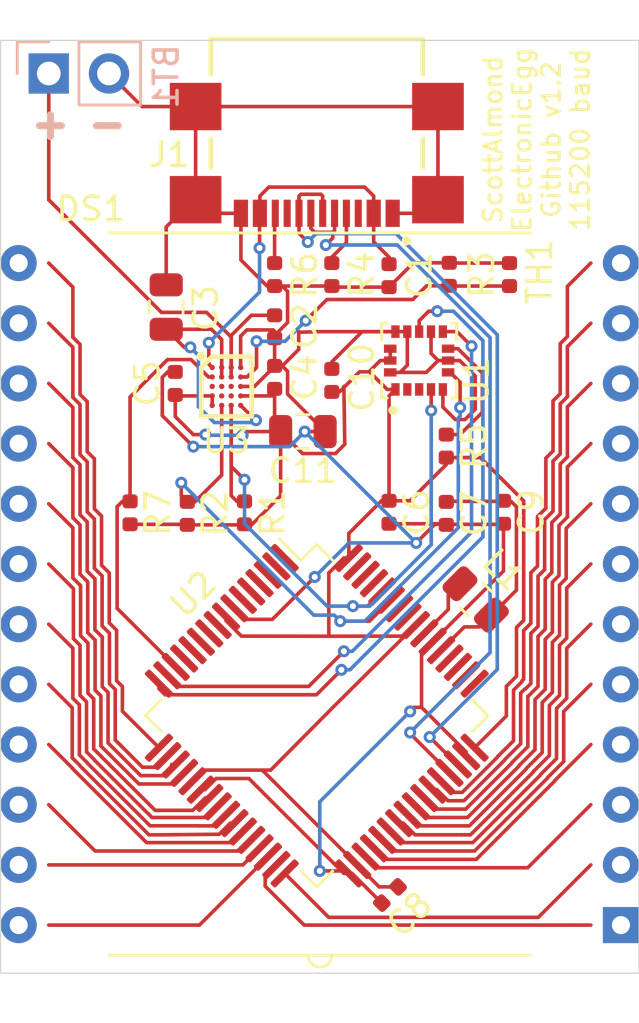
<source format=kicad_pcb>
(kicad_pcb (version 20171130) (host pcbnew "(5.1.5)-3")

  (general
    (thickness 1.6)
    (drawings 7)
    (tracks 664)
    (zones 0)
    (modules 26)
    (nets 70)
  )

  (page A4)
  (title_block
    (title EletronicEgg)
    (rev v1.1)
    (comment 2 https://creativecommons.org/licenses/by/4.0/)
    (comment 3 "License: CC BY 4.0")
    (comment 4 "Author: Scott Almond")
  )

  (layers
    (0 F.Cu signal)
    (31 B.Cu signal)
    (32 B.Adhes user)
    (33 F.Adhes user)
    (34 B.Paste user)
    (35 F.Paste user)
    (36 B.SilkS user)
    (37 F.SilkS user)
    (38 B.Mask user)
    (39 F.Mask user)
    (40 Dwgs.User user)
    (41 Cmts.User user)
    (42 Eco1.User user)
    (43 Eco2.User user)
    (44 Edge.Cuts user)
    (45 Margin user)
    (46 B.CrtYd user)
    (47 F.CrtYd user)
    (48 B.Fab user)
    (49 F.Fab user)
  )

  (setup
    (last_trace_width 0.1524)
    (trace_clearance 0.15)
    (zone_clearance 0.508)
    (zone_45_only no)
    (trace_min 0.15)
    (via_size 0.508)
    (via_drill 0.254)
    (via_min_size 0.508)
    (via_min_drill 0.254)
    (uvia_size 0.3)
    (uvia_drill 0.1)
    (uvias_allowed no)
    (uvia_min_size 0.2)
    (uvia_min_drill 0.1)
    (edge_width 0.05)
    (segment_width 0.2)
    (pcb_text_width 0.3)
    (pcb_text_size 1.5 1.5)
    (mod_edge_width 0.12)
    (mod_text_size 1 1)
    (mod_text_width 0.15)
    (pad_size 1.524 1.524)
    (pad_drill 0.762)
    (pad_to_mask_clearance 0.051)
    (solder_mask_min_width 0.1016)
    (aux_axis_origin 0 0)
    (visible_elements 7FFFFFFF)
    (pcbplotparams
      (layerselection 0x010fc_ffffffff)
      (usegerberextensions true)
      (usegerberattributes false)
      (usegerberadvancedattributes false)
      (creategerberjobfile false)
      (excludeedgelayer true)
      (linewidth 0.100000)
      (plotframeref false)
      (viasonmask false)
      (mode 1)
      (useauxorigin false)
      (hpglpennumber 1)
      (hpglpenspeed 20)
      (hpglpendiameter 15.000000)
      (psnegative false)
      (psa4output false)
      (plotreference true)
      (plotvalue false)
      (plotinvisibletext false)
      (padsonsilk false)
      (subtractmaskfromsilk false)
      (outputformat 1)
      (mirror false)
      (drillshape 0)
      (scaleselection 1)
      (outputdirectory "../gerbers/"))
  )

  (net 0 "")
  (net 1 "Net-(U2-Pad1)")
  (net 2 "Net-(U2-Pad2)")
  (net 3 "Net-(U2-Pad3)")
  (net 4 "Net-(U2-Pad4)")
  (net 5 "Net-(U2-Pad5)")
  (net 6 "Net-(U2-Pad6)")
  (net 7 "Net-(U2-Pad9)")
  (net 8 "Net-(U2-Pad10)")
  (net 9 "Net-(U2-Pad11)")
  (net 10 "Net-(U2-Pad12)")
  (net 11 "Net-(U2-Pad13)")
  (net 12 "Net-(J1-PadB8)")
  (net 13 "Net-(J1-PadB5)")
  (net 14 "Net-(J1-PadA5)")
  (net 15 "Net-(J1-PadA8)")
  (net 16 +1V8)
  (net 17 SCL)
  (net 18 GND)
  (net 19 SDA)
  (net 20 D-)
  (net 21 D+)
  (net 22 "Net-(R5-Pad1)")
  (net 23 INT2)
  (net 24 INT1)
  (net 25 "Net-(BT1-Pad1)")
  (net 26 "Net-(U2-Pad49)")
  (net 27 "Net-(U2-Pad50)")
  (net 28 "Net-(U2-Pad51)")
  (net 29 "Net-(U2-Pad52)")
  (net 30 "Net-(C7-Pad1)")
  (net 31 "Net-(U2-Pad57)")
  (net 32 "Net-(U2-Pad58)")
  (net 33 "Net-(U2-Pad61)")
  (net 34 "Net-(U2-Pad62)")
  (net 35 "Net-(U2-Pad63)")
  (net 36 INT3)
  (net 37 "Net-(C3-Pad2)")
  (net 38 "Net-(R3-Pad1)")
  (net 39 "Net-(U3-PadC1)")
  (net 40 "Net-(U3-PadC2)")
  (net 41 "Net-(U3-PadC3)")
  (net 42 "Net-(U3-PadD2)")
  (net 43 "Net-(U3-PadD3)")
  (net 44 +5V)
  (net 45 "Net-(L1-Pad2)")
  (net 46 /3E)
  (net 47 /3D)
  (net 48 /3C)
  (net 49 /3DP)
  (net 50 /2E)
  (net 51 /2D)
  (net 52 /2C)
  (net 53 /2DP)
  (net 54 /1E)
  (net 55 /1D)
  (net 56 /1C)
  (net 57 /1B)
  (net 58 /1A)
  (net 59 /1F)
  (net 60 /1G)
  (net 61 /2B)
  (net 62 /2A)
  (net 63 /2F)
  (net 64 /2G)
  (net 65 /3B)
  (net 66 /3A)
  (net 67 /3F)
  (net 68 /3G)
  (net 69 /COM)

  (net_class Default "This is the default net class."
    (clearance 0.15)
    (trace_width 0.1524)
    (via_dia 0.508)
    (via_drill 0.254)
    (uvia_dia 0.3)
    (uvia_drill 0.1)
    (add_net +1V8)
    (add_net +5V)
    (add_net /1A)
    (add_net /1B)
    (add_net /1C)
    (add_net /1D)
    (add_net /1E)
    (add_net /1F)
    (add_net /1G)
    (add_net /2A)
    (add_net /2B)
    (add_net /2C)
    (add_net /2D)
    (add_net /2DP)
    (add_net /2E)
    (add_net /2F)
    (add_net /2G)
    (add_net /3A)
    (add_net /3B)
    (add_net /3C)
    (add_net /3D)
    (add_net /3DP)
    (add_net /3E)
    (add_net /3F)
    (add_net /3G)
    (add_net /COM)
    (add_net D+)
    (add_net D-)
    (add_net GND)
    (add_net INT1)
    (add_net INT2)
    (add_net INT3)
    (add_net "Net-(BT1-Pad1)")
    (add_net "Net-(C3-Pad2)")
    (add_net "Net-(C7-Pad1)")
    (add_net "Net-(J1-PadA5)")
    (add_net "Net-(J1-PadA8)")
    (add_net "Net-(J1-PadB5)")
    (add_net "Net-(J1-PadB8)")
    (add_net "Net-(L1-Pad2)")
    (add_net "Net-(R3-Pad1)")
    (add_net "Net-(R5-Pad1)")
    (add_net "Net-(U2-Pad1)")
    (add_net "Net-(U2-Pad10)")
    (add_net "Net-(U2-Pad11)")
    (add_net "Net-(U2-Pad12)")
    (add_net "Net-(U2-Pad13)")
    (add_net "Net-(U2-Pad2)")
    (add_net "Net-(U2-Pad3)")
    (add_net "Net-(U2-Pad4)")
    (add_net "Net-(U2-Pad49)")
    (add_net "Net-(U2-Pad5)")
    (add_net "Net-(U2-Pad50)")
    (add_net "Net-(U2-Pad51)")
    (add_net "Net-(U2-Pad52)")
    (add_net "Net-(U2-Pad57)")
    (add_net "Net-(U2-Pad58)")
    (add_net "Net-(U2-Pad6)")
    (add_net "Net-(U2-Pad61)")
    (add_net "Net-(U2-Pad62)")
    (add_net "Net-(U2-Pad63)")
    (add_net "Net-(U2-Pad9)")
    (add_net "Net-(U3-PadC1)")
    (add_net "Net-(U3-PadC2)")
    (add_net "Net-(U3-PadC3)")
    (add_net "Net-(U3-PadD2)")
    (add_net "Net-(U3-PadD3)")
    (add_net SCL)
    (add_net SDA)
  )

  (module custom:VI-321-DP-RC-S (layer F.Cu) (tedit 5E33C3D2) (tstamp 5E113BEB)
    (at 140.462 110.998)
    (path /5E20A245)
    (fp_text reference DS1 (at -9.652 -16.256 180) (layer F.SilkS)
      (effects (font (size 1 1) (thickness 0.15)))
    )
    (fp_text value VI-321-DP-RC-S (at 0 17.272) (layer F.Fab)
      (effects (font (size 1 1) (thickness 0.15)))
    )
    (fp_arc (start 0 15.24) (end -0.5 15.24) (angle -180) (layer F.SilkS) (width 0.12))
    (fp_line (start 8.89 -15.24) (end -8.89 -15.24) (layer F.SilkS) (width 0.12))
    (fp_line (start 8.89 15.24) (end -8.89 15.24) (layer F.SilkS) (width 0.12))
    (pad 24 thru_hole circle (at -12.7 13.97) (size 1.524 1.524) (drill 0.762) (layers *.Cu *.Mask)
      (net 69 /COM))
    (pad 23 thru_hole circle (at -12.7 11.43) (size 1.524 1.524) (drill 0.762) (layers *.Cu *.Mask)
      (net 68 /3G))
    (pad 22 thru_hole circle (at -12.7 8.89) (size 1.524 1.524) (drill 0.762) (layers *.Cu *.Mask)
      (net 67 /3F))
    (pad 21 thru_hole circle (at -12.7 6.35) (size 1.524 1.524) (drill 0.762) (layers *.Cu *.Mask)
      (net 66 /3A))
    (pad 20 thru_hole circle (at -12.7 3.81) (size 1.524 1.524) (drill 0.762) (layers *.Cu *.Mask)
      (net 65 /3B))
    (pad 19 thru_hole circle (at -12.7 1.27) (size 1.524 1.524) (drill 0.762) (layers *.Cu *.Mask)
      (net 64 /2G))
    (pad 18 thru_hole circle (at -12.7 -1.27) (size 1.524 1.524) (drill 0.762) (layers *.Cu *.Mask)
      (net 63 /2F))
    (pad 17 thru_hole circle (at -12.7 -3.81) (size 1.524 1.524) (drill 0.762) (layers *.Cu *.Mask)
      (net 62 /2A))
    (pad 16 thru_hole circle (at -12.7 -6.35) (size 1.524 1.524) (drill 0.762) (layers *.Cu *.Mask)
      (net 61 /2B))
    (pad 15 thru_hole circle (at -12.7 -8.89) (size 1.524 1.524) (drill 0.762) (layers *.Cu *.Mask)
      (net 60 /1G))
    (pad 14 thru_hole circle (at -12.7 -11.43) (size 1.524 1.524) (drill 0.762) (layers *.Cu *.Mask)
      (net 59 /1F))
    (pad 13 thru_hole circle (at -12.7 -13.97) (size 1.524 1.524) (drill 0.762) (layers *.Cu *.Mask)
      (net 58 /1A))
    (pad 12 thru_hole circle (at 12.7 -13.97) (size 1.524 1.524) (drill 0.762) (layers *.Cu *.Mask)
      (net 57 /1B))
    (pad 11 thru_hole circle (at 12.7 -11.43) (size 1.524 1.524) (drill 0.762) (layers *.Cu *.Mask)
      (net 56 /1C))
    (pad 10 thru_hole circle (at 12.7 -8.89) (size 1.524 1.524) (drill 0.762) (layers *.Cu *.Mask)
      (net 55 /1D))
    (pad 9 thru_hole circle (at 12.7 -6.35) (size 1.524 1.524) (drill 0.762) (layers *.Cu *.Mask)
      (net 54 /1E))
    (pad 8 thru_hole circle (at 12.7 -3.81) (size 1.524 1.524) (drill 0.762) (layers *.Cu *.Mask)
      (net 53 /2DP))
    (pad 7 thru_hole circle (at 12.7 -1.27) (size 1.524 1.524) (drill 0.762) (layers *.Cu *.Mask)
      (net 52 /2C))
    (pad 6 thru_hole circle (at 12.7 1.27) (size 1.524 1.524) (drill 0.762) (layers *.Cu *.Mask)
      (net 51 /2D))
    (pad 5 thru_hole circle (at 12.7 3.81) (size 1.524 1.524) (drill 0.762) (layers *.Cu *.Mask)
      (net 50 /2E))
    (pad 4 thru_hole circle (at 12.7 6.35) (size 1.524 1.524) (drill 0.762) (layers *.Cu *.Mask)
      (net 49 /3DP))
    (pad 3 thru_hole circle (at 12.7 8.89) (size 1.524 1.524) (drill 0.762) (layers *.Cu *.Mask)
      (net 48 /3C))
    (pad 2 thru_hole circle (at 12.7 11.43) (size 1.524 1.524) (drill 0.762) (layers *.Cu *.Mask)
      (net 47 /3D))
    (pad 1 thru_hole rect (at 12.7 13.97) (size 1.524 1.524) (drill 0.762) (layers *.Cu *.Mask)
      (net 46 /3E))
  )

  (module Capacitor_SMD:C_0805_2012Metric (layer F.Cu) (tedit 5B36C52B) (tstamp 5E1177CF)
    (at 139.7485 104.14 180)
    (descr "Capacitor SMD 0805 (2012 Metric), square (rectangular) end terminal, IPC_7351 nominal, (Body size source: https://docs.google.com/spreadsheets/d/1BsfQQcO9C6DZCsRaXUlFlo91Tg2WpOkGARC1WS5S8t0/edit?usp=sharing), generated with kicad-footprint-generator")
    (tags capacitor)
    (path /5E16FE35)
    (attr smd)
    (fp_text reference C11 (at 0 -1.65) (layer F.SilkS)
      (effects (font (size 1 1) (thickness 0.15)))
    )
    (fp_text value 22uF (at 0 1.65) (layer F.Fab)
      (effects (font (size 1 1) (thickness 0.15)))
    )
    (fp_text user %R (at 0 0) (layer F.Fab)
      (effects (font (size 0.5 0.5) (thickness 0.08)))
    )
    (fp_line (start 1.68 0.95) (end -1.68 0.95) (layer F.CrtYd) (width 0.05))
    (fp_line (start 1.68 -0.95) (end 1.68 0.95) (layer F.CrtYd) (width 0.05))
    (fp_line (start -1.68 -0.95) (end 1.68 -0.95) (layer F.CrtYd) (width 0.05))
    (fp_line (start -1.68 0.95) (end -1.68 -0.95) (layer F.CrtYd) (width 0.05))
    (fp_line (start -0.258578 0.71) (end 0.258578 0.71) (layer F.SilkS) (width 0.12))
    (fp_line (start -0.258578 -0.71) (end 0.258578 -0.71) (layer F.SilkS) (width 0.12))
    (fp_line (start 1 0.6) (end -1 0.6) (layer F.Fab) (width 0.1))
    (fp_line (start 1 -0.6) (end 1 0.6) (layer F.Fab) (width 0.1))
    (fp_line (start -1 -0.6) (end 1 -0.6) (layer F.Fab) (width 0.1))
    (fp_line (start -1 0.6) (end -1 -0.6) (layer F.Fab) (width 0.1))
    (pad 2 smd roundrect (at 0.9375 0 180) (size 0.975 1.4) (layers F.Cu F.Paste F.Mask) (roundrect_rratio 0.25)
      (net 16 +1V8))
    (pad 1 smd roundrect (at -0.9375 0 180) (size 0.975 1.4) (layers F.Cu F.Paste F.Mask) (roundrect_rratio 0.25)
      (net 18 GND))
    (model ${KISYS3DMOD}/Capacitor_SMD.3dshapes/C_0805_2012Metric.wrl
      (at (xyz 0 0 0))
      (scale (xyz 1 1 1))
      (rotate (xyz 0 0 0))
    )
  )

  (module Capacitor_SMD:C_0402_1005Metric (layer F.Cu) (tedit 5B301BBE) (tstamp 5E1177BE)
    (at 140.97 101.981 270)
    (descr "Capacitor SMD 0402 (1005 Metric), square (rectangular) end terminal, IPC_7351 nominal, (Body size source: http://www.tortai-tech.com/upload/download/2011102023233369053.pdf), generated with kicad-footprint-generator")
    (tags capacitor)
    (path /5E17A014)
    (attr smd)
    (fp_text reference C10 (at -0.127 -1.27 90) (layer F.SilkS)
      (effects (font (size 1 1) (thickness 0.15)))
    )
    (fp_text value 100nF (at 0 1.17 90) (layer F.Fab)
      (effects (font (size 1 1) (thickness 0.15)))
    )
    (fp_text user %R (at 0 0 90) (layer F.Fab)
      (effects (font (size 0.25 0.25) (thickness 0.04)))
    )
    (fp_line (start 0.93 0.47) (end -0.93 0.47) (layer F.CrtYd) (width 0.05))
    (fp_line (start 0.93 -0.47) (end 0.93 0.47) (layer F.CrtYd) (width 0.05))
    (fp_line (start -0.93 -0.47) (end 0.93 -0.47) (layer F.CrtYd) (width 0.05))
    (fp_line (start -0.93 0.47) (end -0.93 -0.47) (layer F.CrtYd) (width 0.05))
    (fp_line (start 0.5 0.25) (end -0.5 0.25) (layer F.Fab) (width 0.1))
    (fp_line (start 0.5 -0.25) (end 0.5 0.25) (layer F.Fab) (width 0.1))
    (fp_line (start -0.5 -0.25) (end 0.5 -0.25) (layer F.Fab) (width 0.1))
    (fp_line (start -0.5 0.25) (end -0.5 -0.25) (layer F.Fab) (width 0.1))
    (pad 2 smd roundrect (at 0.485 0 270) (size 0.59 0.64) (layers F.Cu F.Paste F.Mask) (roundrect_rratio 0.25)
      (net 16 +1V8))
    (pad 1 smd roundrect (at -0.485 0 270) (size 0.59 0.64) (layers F.Cu F.Paste F.Mask) (roundrect_rratio 0.25)
      (net 18 GND))
    (model ${KISYS3DMOD}/Capacitor_SMD.3dshapes/C_0402_1005Metric.wrl
      (at (xyz 0 0 0))
      (scale (xyz 1 1 1))
      (rotate (xyz 0 0 0))
    )
  )

  (module Capacitor_SMD:C_0805_2012Metric (layer F.Cu) (tedit 5B36C52B) (tstamp 5E0FFFCA)
    (at 133.985 98.8845 270)
    (descr "Capacitor SMD 0805 (2012 Metric), square (rectangular) end terminal, IPC_7351 nominal, (Body size source: https://docs.google.com/spreadsheets/d/1BsfQQcO9C6DZCsRaXUlFlo91Tg2WpOkGARC1WS5S8t0/edit?usp=sharing), generated with kicad-footprint-generator")
    (tags capacitor)
    (path /5E0D88B8)
    (attr smd)
    (fp_text reference C3 (at 0.0485 -1.651 90) (layer F.SilkS)
      (effects (font (size 1 1) (thickness 0.15)))
    )
    (fp_text value 22uF (at 0 1.65 90) (layer F.Fab)
      (effects (font (size 1 1) (thickness 0.15)))
    )
    (fp_text user %R (at 0 0 90) (layer F.Fab)
      (effects (font (size 0.5 0.5) (thickness 0.08)))
    )
    (fp_line (start 1.68 0.95) (end -1.68 0.95) (layer F.CrtYd) (width 0.05))
    (fp_line (start 1.68 -0.95) (end 1.68 0.95) (layer F.CrtYd) (width 0.05))
    (fp_line (start -1.68 -0.95) (end 1.68 -0.95) (layer F.CrtYd) (width 0.05))
    (fp_line (start -1.68 0.95) (end -1.68 -0.95) (layer F.CrtYd) (width 0.05))
    (fp_line (start -0.258578 0.71) (end 0.258578 0.71) (layer F.SilkS) (width 0.12))
    (fp_line (start -0.258578 -0.71) (end 0.258578 -0.71) (layer F.SilkS) (width 0.12))
    (fp_line (start 1 0.6) (end -1 0.6) (layer F.Fab) (width 0.1))
    (fp_line (start 1 -0.6) (end 1 0.6) (layer F.Fab) (width 0.1))
    (fp_line (start -1 -0.6) (end 1 -0.6) (layer F.Fab) (width 0.1))
    (fp_line (start -1 0.6) (end -1 -0.6) (layer F.Fab) (width 0.1))
    (pad 2 smd roundrect (at 0.9375 0 270) (size 0.975 1.4) (layers F.Cu F.Paste F.Mask) (roundrect_rratio 0.25)
      (net 37 "Net-(C3-Pad2)"))
    (pad 1 smd roundrect (at -0.9375 0 270) (size 0.975 1.4) (layers F.Cu F.Paste F.Mask) (roundrect_rratio 0.25)
      (net 18 GND))
    (model ${KISYS3DMOD}/Capacitor_SMD.3dshapes/C_0805_2012Metric.wrl
      (at (xyz 0 0 0))
      (scale (xyz 1 1 1))
      (rotate (xyz 0 0 0))
    )
  )

  (module Inductor_SMD:L_0805_2012Metric (layer F.Cu) (tedit 5B36C52B) (tstamp 5E10EDEC)
    (at 147.038087 111.224087 135)
    (descr "Inductor SMD 0805 (2012 Metric), square (rectangular) end terminal, IPC_7351 nominal, (Body size source: https://docs.google.com/spreadsheets/d/1BsfQQcO9C6DZCsRaXUlFlo91Tg2WpOkGARC1WS5S8t0/edit?usp=sharing), generated with kicad-footprint-generator")
    (tags inductor)
    (path /5E4FCF2E)
    (attr smd)
    (fp_text reference L1 (at 0.050328 1.706249 135) (layer F.SilkS)
      (effects (font (size 1 1) (thickness 0.15)))
    )
    (fp_text value 10uH (at 0 1.65 135) (layer F.Fab)
      (effects (font (size 1 1) (thickness 0.15)))
    )
    (fp_text user %R (at 0 0 135) (layer F.Fab)
      (effects (font (size 0.5 0.5) (thickness 0.08)))
    )
    (fp_line (start 1.68 0.95) (end -1.68 0.95) (layer F.CrtYd) (width 0.05))
    (fp_line (start 1.68 -0.95) (end 1.68 0.95) (layer F.CrtYd) (width 0.05))
    (fp_line (start -1.68 -0.95) (end 1.68 -0.95) (layer F.CrtYd) (width 0.05))
    (fp_line (start -1.68 0.95) (end -1.68 -0.95) (layer F.CrtYd) (width 0.05))
    (fp_line (start -0.258578 0.71) (end 0.258578 0.71) (layer F.SilkS) (width 0.12))
    (fp_line (start -0.258578 -0.71) (end 0.258578 -0.71) (layer F.SilkS) (width 0.12))
    (fp_line (start 1 0.6) (end -1 0.6) (layer F.Fab) (width 0.1))
    (fp_line (start 1 -0.6) (end 1 0.6) (layer F.Fab) (width 0.1))
    (fp_line (start -1 -0.6) (end 1 -0.6) (layer F.Fab) (width 0.1))
    (fp_line (start -1 0.6) (end -1 -0.6) (layer F.Fab) (width 0.1))
    (pad 2 smd roundrect (at 0.9375 0 135) (size 0.975 1.4) (layers F.Cu F.Paste F.Mask) (roundrect_rratio 0.25)
      (net 45 "Net-(L1-Pad2)"))
    (pad 1 smd roundrect (at -0.9375 0 135) (size 0.975 1.4) (layers F.Cu F.Paste F.Mask) (roundrect_rratio 0.25)
      (net 30 "Net-(C7-Pad1)"))
    (model ${KISYS3DMOD}/Inductor_SMD.3dshapes/L_0805_2012Metric.wrl
      (at (xyz 0 0 0))
      (scale (xyz 1 1 1))
      (rotate (xyz 0 0 0))
    )
  )

  (module Resistor_SMD:R_0402_1005Metric (layer F.Cu) (tedit 5B301BBD) (tstamp 5E0D9172)
    (at 145.922 97.503 270)
    (descr "Resistor SMD 0402 (1005 Metric), square (rectangular) end terminal, IPC_7351 nominal, (Body size source: http://www.tortai-tech.com/upload/download/2011102023233369053.pdf), generated with kicad-footprint-generator")
    (tags resistor)
    (path /5E1092A7)
    (attr smd)
    (fp_text reference TH1 (at -0.094 -3.811 90) (layer F.SilkS)
      (effects (font (size 1 1) (thickness 0.15)))
    )
    (fp_text value Thermistor_NTC (at 0 1.17 90) (layer F.Fab)
      (effects (font (size 1 1) (thickness 0.15)))
    )
    (fp_text user %R (at 0 0 90) (layer F.Fab)
      (effects (font (size 0.25 0.25) (thickness 0.04)))
    )
    (fp_line (start 0.93 0.47) (end -0.93 0.47) (layer F.CrtYd) (width 0.05))
    (fp_line (start 0.93 -0.47) (end 0.93 0.47) (layer F.CrtYd) (width 0.05))
    (fp_line (start -0.93 -0.47) (end 0.93 -0.47) (layer F.CrtYd) (width 0.05))
    (fp_line (start -0.93 0.47) (end -0.93 -0.47) (layer F.CrtYd) (width 0.05))
    (fp_line (start 0.5 0.25) (end -0.5 0.25) (layer F.Fab) (width 0.1))
    (fp_line (start 0.5 -0.25) (end 0.5 0.25) (layer F.Fab) (width 0.1))
    (fp_line (start -0.5 -0.25) (end 0.5 -0.25) (layer F.Fab) (width 0.1))
    (fp_line (start -0.5 0.25) (end -0.5 -0.25) (layer F.Fab) (width 0.1))
    (pad 2 smd roundrect (at 0.485 0 270) (size 0.59 0.64) (layers F.Cu F.Paste F.Mask) (roundrect_rratio 0.25)
      (net 38 "Net-(R3-Pad1)"))
    (pad 1 smd roundrect (at -0.485 0 270) (size 0.59 0.64) (layers F.Cu F.Paste F.Mask) (roundrect_rratio 0.25)
      (net 18 GND))
    (model ${KISYS3DMOD}/Resistor_SMD.3dshapes/R_0402_1005Metric.wrl
      (at (xyz 0 0 0))
      (scale (xyz 1 1 1))
      (rotate (xyz 0 0 0))
    )
  )

  (module Resistor_SMD:R_0402_1005Metric (layer F.Cu) (tedit 5B301BBD) (tstamp 5E116808)
    (at 132.461 107.569 270)
    (descr "Resistor SMD 0402 (1005 Metric), square (rectangular) end terminal, IPC_7351 nominal, (Body size source: http://www.tortai-tech.com/upload/download/2011102023233369053.pdf), generated with kicad-footprint-generator")
    (tags resistor)
    (path /5E15B288)
    (attr smd)
    (fp_text reference R7 (at 0 -1.17 90) (layer F.SilkS)
      (effects (font (size 1 1) (thickness 0.15)))
    )
    (fp_text value 10k (at 0 1.17 90) (layer F.Fab)
      (effects (font (size 1 1) (thickness 0.15)))
    )
    (fp_text user %R (at 0 0 90) (layer F.Fab)
      (effects (font (size 0.25 0.25) (thickness 0.04)))
    )
    (fp_line (start 0.93 0.47) (end -0.93 0.47) (layer F.CrtYd) (width 0.05))
    (fp_line (start 0.93 -0.47) (end 0.93 0.47) (layer F.CrtYd) (width 0.05))
    (fp_line (start -0.93 -0.47) (end 0.93 -0.47) (layer F.CrtYd) (width 0.05))
    (fp_line (start -0.93 0.47) (end -0.93 -0.47) (layer F.CrtYd) (width 0.05))
    (fp_line (start 0.5 0.25) (end -0.5 0.25) (layer F.Fab) (width 0.1))
    (fp_line (start 0.5 -0.25) (end 0.5 0.25) (layer F.Fab) (width 0.1))
    (fp_line (start -0.5 -0.25) (end 0.5 -0.25) (layer F.Fab) (width 0.1))
    (fp_line (start -0.5 0.25) (end -0.5 -0.25) (layer F.Fab) (width 0.1))
    (pad 2 smd roundrect (at 0.485 0 270) (size 0.59 0.64) (layers F.Cu F.Paste F.Mask) (roundrect_rratio 0.25)
      (net 16 +1V8))
    (pad 1 smd roundrect (at -0.485 0 270) (size 0.59 0.64) (layers F.Cu F.Paste F.Mask) (roundrect_rratio 0.25)
      (net 36 INT3))
    (model ${KISYS3DMOD}/Resistor_SMD.3dshapes/R_0402_1005Metric.wrl
      (at (xyz 0 0 0))
      (scale (xyz 1 1 1))
      (rotate (xyz 0 0 0))
    )
  )

  (module Resistor_SMD:R_0402_1005Metric (layer F.Cu) (tedit 5B301BBD) (tstamp 5E0D9154)
    (at 138.557 97.513 90)
    (descr "Resistor SMD 0402 (1005 Metric), square (rectangular) end terminal, IPC_7351 nominal, (Body size source: http://www.tortai-tech.com/upload/download/2011102023233369053.pdf), generated with kicad-footprint-generator")
    (tags resistor)
    (path /5E0D13F8)
    (attr smd)
    (fp_text reference R6 (at -0.023 1.27 90) (layer F.SilkS)
      (effects (font (size 1 1) (thickness 0.15)))
    )
    (fp_text value 56k (at 0 1.17 90) (layer F.Fab)
      (effects (font (size 1 1) (thickness 0.15)))
    )
    (fp_text user %R (at 0 0 90) (layer F.Fab)
      (effects (font (size 0.25 0.25) (thickness 0.04)))
    )
    (fp_line (start 0.93 0.47) (end -0.93 0.47) (layer F.CrtYd) (width 0.05))
    (fp_line (start 0.93 -0.47) (end 0.93 0.47) (layer F.CrtYd) (width 0.05))
    (fp_line (start -0.93 -0.47) (end 0.93 -0.47) (layer F.CrtYd) (width 0.05))
    (fp_line (start -0.93 0.47) (end -0.93 -0.47) (layer F.CrtYd) (width 0.05))
    (fp_line (start 0.5 0.25) (end -0.5 0.25) (layer F.Fab) (width 0.1))
    (fp_line (start 0.5 -0.25) (end 0.5 0.25) (layer F.Fab) (width 0.1))
    (fp_line (start -0.5 -0.25) (end 0.5 -0.25) (layer F.Fab) (width 0.1))
    (fp_line (start -0.5 0.25) (end -0.5 -0.25) (layer F.Fab) (width 0.1))
    (pad 2 smd roundrect (at 0.485 0 90) (size 0.59 0.64) (layers F.Cu F.Paste F.Mask) (roundrect_rratio 0.25)
      (net 13 "Net-(J1-PadB5)"))
    (pad 1 smd roundrect (at -0.485 0 90) (size 0.59 0.64) (layers F.Cu F.Paste F.Mask) (roundrect_rratio 0.25)
      (net 18 GND))
    (model ${KISYS3DMOD}/Resistor_SMD.3dshapes/R_0402_1005Metric.wrl
      (at (xyz 0 0 0))
      (scale (xyz 1 1 1))
      (rotate (xyz 0 0 0))
    )
  )

  (module Resistor_SMD:R_0402_1005Metric (layer F.Cu) (tedit 5B301BBD) (tstamp 5E0D9145)
    (at 145.796 104.752 270)
    (descr "Resistor SMD 0402 (1005 Metric), square (rectangular) end terminal, IPC_7351 nominal, (Body size source: http://www.tortai-tech.com/upload/download/2011102023233369053.pdf), generated with kicad-footprint-generator")
    (tags resistor)
    (path /5E18EAD4)
    (attr smd)
    (fp_text reference R5 (at 0 -1.17 90) (layer F.SilkS)
      (effects (font (size 1 1) (thickness 0.15)))
    )
    (fp_text value 10k (at 0 1.17 90) (layer F.Fab)
      (effects (font (size 1 1) (thickness 0.15)))
    )
    (fp_text user %R (at 0 0 90) (layer F.Fab)
      (effects (font (size 0.25 0.25) (thickness 0.04)))
    )
    (fp_line (start 0.93 0.47) (end -0.93 0.47) (layer F.CrtYd) (width 0.05))
    (fp_line (start 0.93 -0.47) (end 0.93 0.47) (layer F.CrtYd) (width 0.05))
    (fp_line (start -0.93 -0.47) (end 0.93 -0.47) (layer F.CrtYd) (width 0.05))
    (fp_line (start -0.93 0.47) (end -0.93 -0.47) (layer F.CrtYd) (width 0.05))
    (fp_line (start 0.5 0.25) (end -0.5 0.25) (layer F.Fab) (width 0.1))
    (fp_line (start 0.5 -0.25) (end 0.5 0.25) (layer F.Fab) (width 0.1))
    (fp_line (start -0.5 -0.25) (end 0.5 -0.25) (layer F.Fab) (width 0.1))
    (fp_line (start -0.5 0.25) (end -0.5 -0.25) (layer F.Fab) (width 0.1))
    (pad 2 smd roundrect (at 0.485 0 270) (size 0.59 0.64) (layers F.Cu F.Paste F.Mask) (roundrect_rratio 0.25)
      (net 16 +1V8))
    (pad 1 smd roundrect (at -0.485 0 270) (size 0.59 0.64) (layers F.Cu F.Paste F.Mask) (roundrect_rratio 0.25)
      (net 22 "Net-(R5-Pad1)"))
    (model ${KISYS3DMOD}/Resistor_SMD.3dshapes/R_0402_1005Metric.wrl
      (at (xyz 0 0 0))
      (scale (xyz 1 1 1))
      (rotate (xyz 0 0 0))
    )
  )

  (module Resistor_SMD:R_0402_1005Metric (layer F.Cu) (tedit 5B301BBD) (tstamp 5E0D9136)
    (at 140.97 97.513 90)
    (descr "Resistor SMD 0402 (1005 Metric), square (rectangular) end terminal, IPC_7351 nominal, (Body size source: http://www.tortai-tech.com/upload/download/2011102023233369053.pdf), generated with kicad-footprint-generator")
    (tags resistor)
    (path /5E106EDC)
    (attr smd)
    (fp_text reference R4 (at 0 1.27 90) (layer F.SilkS)
      (effects (font (size 1 1) (thickness 0.15)))
    )
    (fp_text value 56k (at 0 1.17 90) (layer F.Fab)
      (effects (font (size 1 1) (thickness 0.15)))
    )
    (fp_text user %R (at -1.099 0.381 90) (layer F.Fab)
      (effects (font (size 0.25 0.25) (thickness 0.04)))
    )
    (fp_line (start 0.93 0.47) (end -0.93 0.47) (layer F.CrtYd) (width 0.05))
    (fp_line (start 0.93 -0.47) (end 0.93 0.47) (layer F.CrtYd) (width 0.05))
    (fp_line (start -0.93 -0.47) (end 0.93 -0.47) (layer F.CrtYd) (width 0.05))
    (fp_line (start -0.93 0.47) (end -0.93 -0.47) (layer F.CrtYd) (width 0.05))
    (fp_line (start 0.5 0.25) (end -0.5 0.25) (layer F.Fab) (width 0.1))
    (fp_line (start 0.5 -0.25) (end 0.5 0.25) (layer F.Fab) (width 0.1))
    (fp_line (start -0.5 -0.25) (end 0.5 -0.25) (layer F.Fab) (width 0.1))
    (fp_line (start -0.5 0.25) (end -0.5 -0.25) (layer F.Fab) (width 0.1))
    (pad 2 smd roundrect (at 0.485 0 90) (size 0.59 0.64) (layers F.Cu F.Paste F.Mask) (roundrect_rratio 0.25)
      (net 14 "Net-(J1-PadA5)"))
    (pad 1 smd roundrect (at -0.485 0 90) (size 0.59 0.64) (layers F.Cu F.Paste F.Mask) (roundrect_rratio 0.25)
      (net 18 GND))
    (model ${KISYS3DMOD}/Resistor_SMD.3dshapes/R_0402_1005Metric.wrl
      (at (xyz 0 0 0))
      (scale (xyz 1 1 1))
      (rotate (xyz 0 0 0))
    )
  )

  (module Resistor_SMD:R_0402_1005Metric (layer F.Cu) (tedit 5B301BBD) (tstamp 5E114188)
    (at 148.463 97.513 90)
    (descr "Resistor SMD 0402 (1005 Metric), square (rectangular) end terminal, IPC_7351 nominal, (Body size source: http://www.tortai-tech.com/upload/download/2011102023233369053.pdf), generated with kicad-footprint-generator")
    (tags resistor)
    (path /5E11A806)
    (attr smd)
    (fp_text reference R3 (at 0 -1.17 90) (layer F.SilkS)
      (effects (font (size 1 1) (thickness 0.15)))
    )
    (fp_text value 10k (at 0 1.17 90) (layer F.Fab)
      (effects (font (size 1 1) (thickness 0.15)))
    )
    (fp_text user %R (at 0 0 90) (layer F.Fab)
      (effects (font (size 0.25 0.25) (thickness 0.04)))
    )
    (fp_line (start 0.93 0.47) (end -0.93 0.47) (layer F.CrtYd) (width 0.05))
    (fp_line (start 0.93 -0.47) (end 0.93 0.47) (layer F.CrtYd) (width 0.05))
    (fp_line (start -0.93 -0.47) (end 0.93 -0.47) (layer F.CrtYd) (width 0.05))
    (fp_line (start -0.93 0.47) (end -0.93 -0.47) (layer F.CrtYd) (width 0.05))
    (fp_line (start 0.5 0.25) (end -0.5 0.25) (layer F.Fab) (width 0.1))
    (fp_line (start 0.5 -0.25) (end 0.5 0.25) (layer F.Fab) (width 0.1))
    (fp_line (start -0.5 -0.25) (end 0.5 -0.25) (layer F.Fab) (width 0.1))
    (fp_line (start -0.5 0.25) (end -0.5 -0.25) (layer F.Fab) (width 0.1))
    (pad 2 smd roundrect (at 0.485 0 90) (size 0.59 0.64) (layers F.Cu F.Paste F.Mask) (roundrect_rratio 0.25)
      (net 18 GND))
    (pad 1 smd roundrect (at -0.485 0 90) (size 0.59 0.64) (layers F.Cu F.Paste F.Mask) (roundrect_rratio 0.25)
      (net 38 "Net-(R3-Pad1)"))
    (model ${KISYS3DMOD}/Resistor_SMD.3dshapes/R_0402_1005Metric.wrl
      (at (xyz 0 0 0))
      (scale (xyz 1 1 1))
      (rotate (xyz 0 0 0))
    )
  )

  (module Resistor_SMD:R_0402_1005Metric (layer F.Cu) (tedit 5B301BBD) (tstamp 5E11685C)
    (at 134.874 107.592 270)
    (descr "Resistor SMD 0402 (1005 Metric), square (rectangular) end terminal, IPC_7351 nominal, (Body size source: http://www.tortai-tech.com/upload/download/2011102023233369053.pdf), generated with kicad-footprint-generator")
    (tags resistor)
    (path /5E38B1BE)
    (attr smd)
    (fp_text reference R2 (at 0 -1.17 90) (layer F.SilkS)
      (effects (font (size 1 1) (thickness 0.15)))
    )
    (fp_text value 10k (at 0 1.17 90) (layer F.Fab)
      (effects (font (size 1 1) (thickness 0.15)))
    )
    (fp_text user %R (at 0 0 90) (layer F.Fab)
      (effects (font (size 0.25 0.25) (thickness 0.04)))
    )
    (fp_line (start 0.93 0.47) (end -0.93 0.47) (layer F.CrtYd) (width 0.05))
    (fp_line (start 0.93 -0.47) (end 0.93 0.47) (layer F.CrtYd) (width 0.05))
    (fp_line (start -0.93 -0.47) (end 0.93 -0.47) (layer F.CrtYd) (width 0.05))
    (fp_line (start -0.93 0.47) (end -0.93 -0.47) (layer F.CrtYd) (width 0.05))
    (fp_line (start 0.5 0.25) (end -0.5 0.25) (layer F.Fab) (width 0.1))
    (fp_line (start 0.5 -0.25) (end 0.5 0.25) (layer F.Fab) (width 0.1))
    (fp_line (start -0.5 -0.25) (end 0.5 -0.25) (layer F.Fab) (width 0.1))
    (fp_line (start -0.5 0.25) (end -0.5 -0.25) (layer F.Fab) (width 0.1))
    (pad 2 smd roundrect (at 0.485 0 270) (size 0.59 0.64) (layers F.Cu F.Paste F.Mask) (roundrect_rratio 0.25)
      (net 16 +1V8))
    (pad 1 smd roundrect (at -0.485 0 270) (size 0.59 0.64) (layers F.Cu F.Paste F.Mask) (roundrect_rratio 0.25)
      (net 19 SDA))
    (model ${KISYS3DMOD}/Resistor_SMD.3dshapes/R_0402_1005Metric.wrl
      (at (xyz 0 0 0))
      (scale (xyz 1 1 1))
      (rotate (xyz 0 0 0))
    )
  )

  (module Resistor_SMD:R_0402_1005Metric (layer F.Cu) (tedit 5B301BBD) (tstamp 5E116832)
    (at 137.287 107.569 270)
    (descr "Resistor SMD 0402 (1005 Metric), square (rectangular) end terminal, IPC_7351 nominal, (Body size source: http://www.tortai-tech.com/upload/download/2011102023233369053.pdf), generated with kicad-footprint-generator")
    (tags resistor)
    (path /5E38B48B)
    (attr smd)
    (fp_text reference R1 (at 0 -1.17 90) (layer F.SilkS)
      (effects (font (size 1 1) (thickness 0.15)))
    )
    (fp_text value 10k (at 0 1.17 90) (layer F.Fab)
      (effects (font (size 1 1) (thickness 0.15)))
    )
    (fp_text user %R (at 0 0 90) (layer F.Fab)
      (effects (font (size 0.25 0.25) (thickness 0.04)))
    )
    (fp_line (start 0.93 0.47) (end -0.93 0.47) (layer F.CrtYd) (width 0.05))
    (fp_line (start 0.93 -0.47) (end 0.93 0.47) (layer F.CrtYd) (width 0.05))
    (fp_line (start -0.93 -0.47) (end 0.93 -0.47) (layer F.CrtYd) (width 0.05))
    (fp_line (start -0.93 0.47) (end -0.93 -0.47) (layer F.CrtYd) (width 0.05))
    (fp_line (start 0.5 0.25) (end -0.5 0.25) (layer F.Fab) (width 0.1))
    (fp_line (start 0.5 -0.25) (end 0.5 0.25) (layer F.Fab) (width 0.1))
    (fp_line (start -0.5 -0.25) (end 0.5 -0.25) (layer F.Fab) (width 0.1))
    (fp_line (start -0.5 0.25) (end -0.5 -0.25) (layer F.Fab) (width 0.1))
    (pad 2 smd roundrect (at 0.485 0 270) (size 0.59 0.64) (layers F.Cu F.Paste F.Mask) (roundrect_rratio 0.25)
      (net 16 +1V8))
    (pad 1 smd roundrect (at -0.485 0 270) (size 0.59 0.64) (layers F.Cu F.Paste F.Mask) (roundrect_rratio 0.25)
      (net 17 SCL))
    (model ${KISYS3DMOD}/Resistor_SMD.3dshapes/R_0402_1005Metric.wrl
      (at (xyz 0 0 0))
      (scale (xyz 1 1 1))
      (rotate (xyz 0 0 0))
    )
  )

  (module Capacitor_SMD:C_0402_1005Metric (layer F.Cu) (tedit 5B301BBE) (tstamp 5E116886)
    (at 148.209 107.546 270)
    (descr "Capacitor SMD 0402 (1005 Metric), square (rectangular) end terminal, IPC_7351 nominal, (Body size source: http://www.tortai-tech.com/upload/download/2011102023233369053.pdf), generated with kicad-footprint-generator")
    (tags capacitor)
    (path /5E263E0C)
    (attr smd)
    (fp_text reference C9 (at 0 -1.17 90) (layer F.SilkS)
      (effects (font (size 1 1) (thickness 0.15)))
    )
    (fp_text value 1uF (at 0 1.17 90) (layer F.Fab)
      (effects (font (size 1 1) (thickness 0.15)))
    )
    (fp_text user %R (at 0 0 90) (layer F.Fab)
      (effects (font (size 0.25 0.25) (thickness 0.04)))
    )
    (fp_line (start 0.93 0.47) (end -0.93 0.47) (layer F.CrtYd) (width 0.05))
    (fp_line (start 0.93 -0.47) (end 0.93 0.47) (layer F.CrtYd) (width 0.05))
    (fp_line (start -0.93 -0.47) (end 0.93 -0.47) (layer F.CrtYd) (width 0.05))
    (fp_line (start -0.93 0.47) (end -0.93 -0.47) (layer F.CrtYd) (width 0.05))
    (fp_line (start 0.5 0.25) (end -0.5 0.25) (layer F.Fab) (width 0.1))
    (fp_line (start 0.5 -0.25) (end 0.5 0.25) (layer F.Fab) (width 0.1))
    (fp_line (start -0.5 -0.25) (end 0.5 -0.25) (layer F.Fab) (width 0.1))
    (fp_line (start -0.5 0.25) (end -0.5 -0.25) (layer F.Fab) (width 0.1))
    (pad 2 smd roundrect (at 0.485 0 270) (size 0.59 0.64) (layers F.Cu F.Paste F.Mask) (roundrect_rratio 0.25)
      (net 18 GND))
    (pad 1 smd roundrect (at -0.485 0 270) (size 0.59 0.64) (layers F.Cu F.Paste F.Mask) (roundrect_rratio 0.25)
      (net 30 "Net-(C7-Pad1)"))
    (model ${KISYS3DMOD}/Capacitor_SMD.3dshapes/C_0402_1005Metric.wrl
      (at (xyz 0 0 0))
      (scale (xyz 1 1 1))
      (rotate (xyz 0 0 0))
    )
  )

  (module Capacitor_SMD:C_0402_1005Metric (layer F.Cu) (tedit 5B301BBE) (tstamp 5E0D9058)
    (at 143.421053 123.698 225)
    (descr "Capacitor SMD 0402 (1005 Metric), square (rectangular) end terminal, IPC_7351 nominal, (Body size source: http://www.tortai-tech.com/upload/download/2011102023233369053.pdf), generated with kicad-footprint-generator")
    (tags capacitor)
    (path /5E25E5E5)
    (attr smd)
    (fp_text reference C8 (at 0 -1.17 45) (layer F.SilkS)
      (effects (font (size 1 1) (thickness 0.15)))
    )
    (fp_text value 100nF (at 0 1.17 45) (layer F.Fab)
      (effects (font (size 1 1) (thickness 0.15)))
    )
    (fp_text user %R (at 0 0 45) (layer F.Fab)
      (effects (font (size 0.25 0.25) (thickness 0.04)))
    )
    (fp_line (start 0.93 0.47) (end -0.93 0.47) (layer F.CrtYd) (width 0.05))
    (fp_line (start 0.93 -0.47) (end 0.93 0.47) (layer F.CrtYd) (width 0.05))
    (fp_line (start -0.93 -0.47) (end 0.93 -0.47) (layer F.CrtYd) (width 0.05))
    (fp_line (start -0.93 0.47) (end -0.93 -0.47) (layer F.CrtYd) (width 0.05))
    (fp_line (start 0.5 0.25) (end -0.5 0.25) (layer F.Fab) (width 0.1))
    (fp_line (start 0.5 -0.25) (end 0.5 0.25) (layer F.Fab) (width 0.1))
    (fp_line (start -0.5 -0.25) (end 0.5 -0.25) (layer F.Fab) (width 0.1))
    (fp_line (start -0.5 0.25) (end -0.5 -0.25) (layer F.Fab) (width 0.1))
    (pad 2 smd roundrect (at 0.485 0 225) (size 0.59 0.64) (layers F.Cu F.Paste F.Mask) (roundrect_rratio 0.25)
      (net 18 GND))
    (pad 1 smd roundrect (at -0.485 0 225) (size 0.59 0.64) (layers F.Cu F.Paste F.Mask) (roundrect_rratio 0.25)
      (net 16 +1V8))
    (model ${KISYS3DMOD}/Capacitor_SMD.3dshapes/C_0402_1005Metric.wrl
      (at (xyz 0 0 0))
      (scale (xyz 1 1 1))
      (rotate (xyz 0 0 0))
    )
  )

  (module Capacitor_SMD:C_0402_1005Metric (layer F.Cu) (tedit 5B301BBE) (tstamp 5E1168B0)
    (at 145.796 107.592 270)
    (descr "Capacitor SMD 0402 (1005 Metric), square (rectangular) end terminal, IPC_7351 nominal, (Body size source: http://www.tortai-tech.com/upload/download/2011102023233369053.pdf), generated with kicad-footprint-generator")
    (tags capacitor)
    (path /5E25E0B6)
    (attr smd)
    (fp_text reference C7 (at 0 -1.17 90) (layer F.SilkS)
      (effects (font (size 1 1) (thickness 0.15)))
    )
    (fp_text value 100nF (at 0 1.17 90) (layer F.Fab)
      (effects (font (size 1 1) (thickness 0.15)))
    )
    (fp_text user %R (at 0 0 90) (layer F.Fab)
      (effects (font (size 0.25 0.25) (thickness 0.04)))
    )
    (fp_line (start 0.93 0.47) (end -0.93 0.47) (layer F.CrtYd) (width 0.05))
    (fp_line (start 0.93 -0.47) (end 0.93 0.47) (layer F.CrtYd) (width 0.05))
    (fp_line (start -0.93 -0.47) (end 0.93 -0.47) (layer F.CrtYd) (width 0.05))
    (fp_line (start -0.93 0.47) (end -0.93 -0.47) (layer F.CrtYd) (width 0.05))
    (fp_line (start 0.5 0.25) (end -0.5 0.25) (layer F.Fab) (width 0.1))
    (fp_line (start 0.5 -0.25) (end 0.5 0.25) (layer F.Fab) (width 0.1))
    (fp_line (start -0.5 -0.25) (end 0.5 -0.25) (layer F.Fab) (width 0.1))
    (fp_line (start -0.5 0.25) (end -0.5 -0.25) (layer F.Fab) (width 0.1))
    (pad 2 smd roundrect (at 0.485 0 270) (size 0.59 0.64) (layers F.Cu F.Paste F.Mask) (roundrect_rratio 0.25)
      (net 18 GND))
    (pad 1 smd roundrect (at -0.485 0 270) (size 0.59 0.64) (layers F.Cu F.Paste F.Mask) (roundrect_rratio 0.25)
      (net 30 "Net-(C7-Pad1)"))
    (model ${KISYS3DMOD}/Capacitor_SMD.3dshapes/C_0402_1005Metric.wrl
      (at (xyz 0 0 0))
      (scale (xyz 1 1 1))
      (rotate (xyz 0 0 0))
    )
  )

  (module Capacitor_SMD:C_0402_1005Metric (layer F.Cu) (tedit 5B301BBE) (tstamp 5E1167DE)
    (at 143.383 107.546 270)
    (descr "Capacitor SMD 0402 (1005 Metric), square (rectangular) end terminal, IPC_7351 nominal, (Body size source: http://www.tortai-tech.com/upload/download/2011102023233369053.pdf), generated with kicad-footprint-generator")
    (tags capacitor)
    (path /5E2639FA)
    (attr smd)
    (fp_text reference C6 (at 0 -1.17 90) (layer F.SilkS)
      (effects (font (size 1 1) (thickness 0.15)))
    )
    (fp_text value 100nF (at 0 1.17 90) (layer F.Fab)
      (effects (font (size 1 1) (thickness 0.15)))
    )
    (fp_text user %R (at 0 0 90) (layer F.Fab)
      (effects (font (size 0.25 0.25) (thickness 0.04)))
    )
    (fp_line (start 0.93 0.47) (end -0.93 0.47) (layer F.CrtYd) (width 0.05))
    (fp_line (start 0.93 -0.47) (end 0.93 0.47) (layer F.CrtYd) (width 0.05))
    (fp_line (start -0.93 -0.47) (end 0.93 -0.47) (layer F.CrtYd) (width 0.05))
    (fp_line (start -0.93 0.47) (end -0.93 -0.47) (layer F.CrtYd) (width 0.05))
    (fp_line (start 0.5 0.25) (end -0.5 0.25) (layer F.Fab) (width 0.1))
    (fp_line (start 0.5 -0.25) (end 0.5 0.25) (layer F.Fab) (width 0.1))
    (fp_line (start -0.5 -0.25) (end 0.5 -0.25) (layer F.Fab) (width 0.1))
    (fp_line (start -0.5 0.25) (end -0.5 -0.25) (layer F.Fab) (width 0.1))
    (pad 2 smd roundrect (at 0.485 0 270) (size 0.59 0.64) (layers F.Cu F.Paste F.Mask) (roundrect_rratio 0.25)
      (net 18 GND))
    (pad 1 smd roundrect (at -0.485 0 270) (size 0.59 0.64) (layers F.Cu F.Paste F.Mask) (roundrect_rratio 0.25)
      (net 16 +1V8))
    (model ${KISYS3DMOD}/Capacitor_SMD.3dshapes/C_0402_1005Metric.wrl
      (at (xyz 0 0 0))
      (scale (xyz 1 1 1))
      (rotate (xyz 0 0 0))
    )
  )

  (module Capacitor_SMD:C_0402_1005Metric (layer F.Cu) (tedit 5B301BBE) (tstamp 5E0FFF74)
    (at 134.366 102.108 90)
    (descr "Capacitor SMD 0402 (1005 Metric), square (rectangular) end terminal, IPC_7351 nominal, (Body size source: http://www.tortai-tech.com/upload/download/2011102023233369053.pdf), generated with kicad-footprint-generator")
    (tags capacitor)
    (path /5E0D5713)
    (attr smd)
    (fp_text reference C5 (at 0 -1.17 90) (layer F.SilkS)
      (effects (font (size 1 1) (thickness 0.15)))
    )
    (fp_text value 2.2uF (at 0 1.17 90) (layer F.Fab)
      (effects (font (size 1 1) (thickness 0.15)))
    )
    (fp_text user %R (at 0 0 90) (layer F.Fab)
      (effects (font (size 0.25 0.25) (thickness 0.04)))
    )
    (fp_line (start 0.93 0.47) (end -0.93 0.47) (layer F.CrtYd) (width 0.05))
    (fp_line (start 0.93 -0.47) (end 0.93 0.47) (layer F.CrtYd) (width 0.05))
    (fp_line (start -0.93 -0.47) (end 0.93 -0.47) (layer F.CrtYd) (width 0.05))
    (fp_line (start -0.93 0.47) (end -0.93 -0.47) (layer F.CrtYd) (width 0.05))
    (fp_line (start 0.5 0.25) (end -0.5 0.25) (layer F.Fab) (width 0.1))
    (fp_line (start 0.5 -0.25) (end 0.5 0.25) (layer F.Fab) (width 0.1))
    (fp_line (start -0.5 -0.25) (end 0.5 -0.25) (layer F.Fab) (width 0.1))
    (fp_line (start -0.5 0.25) (end -0.5 -0.25) (layer F.Fab) (width 0.1))
    (pad 2 smd roundrect (at 0.485 0 90) (size 0.59 0.64) (layers F.Cu F.Paste F.Mask) (roundrect_rratio 0.25)
      (net 18 GND))
    (pad 1 smd roundrect (at -0.485 0 90) (size 0.59 0.64) (layers F.Cu F.Paste F.Mask) (roundrect_rratio 0.25)
      (net 16 +1V8))
    (model ${KISYS3DMOD}/Capacitor_SMD.3dshapes/C_0402_1005Metric.wrl
      (at (xyz 0 0 0))
      (scale (xyz 1 1 1))
      (rotate (xyz 0 0 0))
    )
  )

  (module Capacitor_SMD:C_0402_1005Metric (layer F.Cu) (tedit 5B301BBE) (tstamp 5E0FFF9E)
    (at 138.557 101.854 90)
    (descr "Capacitor SMD 0402 (1005 Metric), square (rectangular) end terminal, IPC_7351 nominal, (Body size source: http://www.tortai-tech.com/upload/download/2011102023233369053.pdf), generated with kicad-footprint-generator")
    (tags capacitor)
    (path /5E0DD421)
    (attr smd)
    (fp_text reference C4 (at 0 1.27 90) (layer F.SilkS)
      (effects (font (size 1 1) (thickness 0.15)))
    )
    (fp_text value 2.2uF (at 0 1.17 90) (layer F.Fab)
      (effects (font (size 1 1) (thickness 0.15)))
    )
    (fp_text user %R (at 0 0 90) (layer F.Fab)
      (effects (font (size 0.25 0.25) (thickness 0.04)))
    )
    (fp_line (start 0.93 0.47) (end -0.93 0.47) (layer F.CrtYd) (width 0.05))
    (fp_line (start 0.93 -0.47) (end 0.93 0.47) (layer F.CrtYd) (width 0.05))
    (fp_line (start -0.93 -0.47) (end 0.93 -0.47) (layer F.CrtYd) (width 0.05))
    (fp_line (start -0.93 0.47) (end -0.93 -0.47) (layer F.CrtYd) (width 0.05))
    (fp_line (start 0.5 0.25) (end -0.5 0.25) (layer F.Fab) (width 0.1))
    (fp_line (start 0.5 -0.25) (end 0.5 0.25) (layer F.Fab) (width 0.1))
    (fp_line (start -0.5 -0.25) (end 0.5 -0.25) (layer F.Fab) (width 0.1))
    (fp_line (start -0.5 0.25) (end -0.5 -0.25) (layer F.Fab) (width 0.1))
    (pad 2 smd roundrect (at 0.485 0 90) (size 0.59 0.64) (layers F.Cu F.Paste F.Mask) (roundrect_rratio 0.25)
      (net 18 GND))
    (pad 1 smd roundrect (at -0.485 0 90) (size 0.59 0.64) (layers F.Cu F.Paste F.Mask) (roundrect_rratio 0.25)
      (net 16 +1V8))
    (model ${KISYS3DMOD}/Capacitor_SMD.3dshapes/C_0402_1005Metric.wrl
      (at (xyz 0 0 0))
      (scale (xyz 1 1 1))
      (rotate (xyz 0 0 0))
    )
  )

  (module Capacitor_SMD:C_0402_1005Metric (layer F.Cu) (tedit 5B301BBE) (tstamp 5E0FFF4A)
    (at 138.557 99.718 270)
    (descr "Capacitor SMD 0402 (1005 Metric), square (rectangular) end terminal, IPC_7351 nominal, (Body size source: http://www.tortai-tech.com/upload/download/2011102023233369053.pdf), generated with kicad-footprint-generator")
    (tags capacitor)
    (path /5E0A7C16)
    (attr smd)
    (fp_text reference C2 (at -0.023 -1.27 90) (layer F.SilkS)
      (effects (font (size 1 1) (thickness 0.15)))
    )
    (fp_text value 2.2uF (at 0 1.17 90) (layer F.Fab)
      (effects (font (size 1 1) (thickness 0.15)))
    )
    (fp_text user %R (at 0 0 90) (layer F.Fab)
      (effects (font (size 0.25 0.25) (thickness 0.04)))
    )
    (fp_line (start 0.93 0.47) (end -0.93 0.47) (layer F.CrtYd) (width 0.05))
    (fp_line (start 0.93 -0.47) (end 0.93 0.47) (layer F.CrtYd) (width 0.05))
    (fp_line (start -0.93 -0.47) (end 0.93 -0.47) (layer F.CrtYd) (width 0.05))
    (fp_line (start -0.93 0.47) (end -0.93 -0.47) (layer F.CrtYd) (width 0.05))
    (fp_line (start 0.5 0.25) (end -0.5 0.25) (layer F.Fab) (width 0.1))
    (fp_line (start 0.5 -0.25) (end 0.5 0.25) (layer F.Fab) (width 0.1))
    (fp_line (start -0.5 -0.25) (end 0.5 -0.25) (layer F.Fab) (width 0.1))
    (fp_line (start -0.5 0.25) (end -0.5 -0.25) (layer F.Fab) (width 0.1))
    (pad 2 smd roundrect (at 0.485 0 270) (size 0.59 0.64) (layers F.Cu F.Paste F.Mask) (roundrect_rratio 0.25)
      (net 18 GND))
    (pad 1 smd roundrect (at -0.485 0 270) (size 0.59 0.64) (layers F.Cu F.Paste F.Mask) (roundrect_rratio 0.25)
      (net 25 "Net-(BT1-Pad1)"))
    (model ${KISYS3DMOD}/Capacitor_SMD.3dshapes/C_0402_1005Metric.wrl
      (at (xyz 0 0 0))
      (scale (xyz 1 1 1))
      (rotate (xyz 0 0 0))
    )
  )

  (module Capacitor_SMD:C_0402_1005Metric (layer F.Cu) (tedit 5B301BBE) (tstamp 5E0D8FEF)
    (at 143.383 97.559 270)
    (descr "Capacitor SMD 0402 (1005 Metric), square (rectangular) end terminal, IPC_7351 nominal, (Body size source: http://www.tortai-tech.com/upload/download/2011102023233369053.pdf), generated with kicad-footprint-generator")
    (tags capacitor)
    (path /5E0ABB84)
    (attr smd)
    (fp_text reference C1 (at -0.023 -1.27 90) (layer F.SilkS)
      (effects (font (size 1 1) (thickness 0.15)))
    )
    (fp_text value 1uF (at 0 1.17 90) (layer F.Fab)
      (effects (font (size 1 1) (thickness 0.15)))
    )
    (fp_text user %R (at 0 0 90) (layer F.Fab)
      (effects (font (size 0.25 0.25) (thickness 0.04)))
    )
    (fp_line (start 0.93 0.47) (end -0.93 0.47) (layer F.CrtYd) (width 0.05))
    (fp_line (start 0.93 -0.47) (end 0.93 0.47) (layer F.CrtYd) (width 0.05))
    (fp_line (start -0.93 -0.47) (end 0.93 -0.47) (layer F.CrtYd) (width 0.05))
    (fp_line (start -0.93 0.47) (end -0.93 -0.47) (layer F.CrtYd) (width 0.05))
    (fp_line (start 0.5 0.25) (end -0.5 0.25) (layer F.Fab) (width 0.1))
    (fp_line (start 0.5 -0.25) (end 0.5 0.25) (layer F.Fab) (width 0.1))
    (fp_line (start -0.5 -0.25) (end 0.5 -0.25) (layer F.Fab) (width 0.1))
    (fp_line (start -0.5 0.25) (end -0.5 -0.25) (layer F.Fab) (width 0.1))
    (pad 2 smd roundrect (at 0.485 0 270) (size 0.59 0.64) (layers F.Cu F.Paste F.Mask) (roundrect_rratio 0.25)
      (net 18 GND))
    (pad 1 smd roundrect (at -0.485 0 270) (size 0.59 0.64) (layers F.Cu F.Paste F.Mask) (roundrect_rratio 0.25)
      (net 44 +5V))
    (model ${KISYS3DMOD}/Capacitor_SMD.3dshapes/C_0402_1005Metric.wrl
      (at (xyz 0 0 0))
      (scale (xyz 1 1 1))
      (rotate (xyz 0 0 0))
    )
  )

  (module USB4110-GF-A:GCT_USB4110-GF-A (layer F.Cu) (tedit 5E0A9348) (tstamp 5E0AEA18)
    (at 140.335 93.853 180)
    (path /5E09DDDF)
    (fp_text reference J1 (at 6.223 1.397) (layer F.SilkS)
      (effects (font (size 1 1) (thickness 0.15)))
    )
    (fp_text value USB4110-GF-A (at 5.56 7.265) (layer F.Fab)
      (effects (font (size 1 1) (thickness 0.015)))
    )
    (fp_line (start -4.47 -1.07) (end -4.47 6.28) (layer F.Fab) (width 0.1))
    (fp_line (start -4.47 6.28) (end 4.47 6.28) (layer F.Fab) (width 0.1))
    (fp_line (start 4.47 6.28) (end 4.47 -1.07) (layer F.Fab) (width 0.1))
    (fp_line (start 4.47 -1.07) (end -4.47 -1.07) (layer F.Fab) (width 0.1))
    (fp_line (start -6.45 -1.9) (end 6.45 -1.9) (layer F.CrtYd) (width 0.05))
    (fp_line (start 6.45 -1.9) (end 6.45 6.53) (layer F.CrtYd) (width 0.05))
    (fp_line (start 6.45 6.53) (end -6.45 6.53) (layer F.CrtYd) (width 0.05))
    (fp_line (start -6.45 6.53) (end -6.45 -1.9) (layer F.CrtYd) (width 0.05))
    (fp_line (start -4.47 4.79) (end -4.47 6.28) (layer F.SilkS) (width 0.2))
    (fp_line (start -4.47 6.28) (end 4.47 6.28) (layer F.SilkS) (width 0.2))
    (fp_line (start 4.47 6.28) (end 4.47 4.79) (layer F.SilkS) (width 0.2))
    (fp_line (start -4.47 0.86) (end -4.47 2.07) (layer F.SilkS) (width 0.2))
    (fp_line (start 4.47 0.86) (end 4.47 2.07) (layer F.SilkS) (width 0.2))
    (fp_circle (center -3.78 -2.23) (end -3.68 -2.23) (layer F.SilkS) (width 0.2))
    (fp_circle (center -3.78 -2.23) (end -3.68 -2.23) (layer F.Fab) (width 0.2))
    (pad A1/B12 smd rect (at -3.2 -1.075 180) (size 0.6 1.15) (layers F.Cu F.Paste F.Mask)
      (net 18 GND))
    (pad A4/B9 smd rect (at -2.4 -1.075 180) (size 0.6 1.15) (layers F.Cu F.Paste F.Mask)
      (net 44 +5V))
    (pad B4/A9 smd rect (at 2.4 -1.075 180) (size 0.6 1.15) (layers F.Cu F.Paste F.Mask)
      (net 44 +5V))
    (pad B1/A12 smd rect (at 3.2 -1.075 180) (size 0.6 1.15) (layers F.Cu F.Paste F.Mask)
      (net 18 GND))
    (pad B8 smd rect (at -1.75 -1.075 180) (size 0.3 1.15) (layers F.Cu F.Paste F.Mask)
      (net 12 "Net-(J1-PadB8)"))
    (pad B5 smd rect (at 1.75 -1.075 180) (size 0.3 1.15) (layers F.Cu F.Paste F.Mask)
      (net 13 "Net-(J1-PadB5)"))
    (pad A5 smd rect (at -1.25 -1.075 180) (size 0.3 1.15) (layers F.Cu F.Paste F.Mask)
      (net 14 "Net-(J1-PadA5)"))
    (pad A8 smd rect (at 1.25 -1.075 180) (size 0.3 1.15) (layers F.Cu F.Paste F.Mask)
      (net 15 "Net-(J1-PadA8)"))
    (pad B7 smd rect (at -0.75 -1.075 180) (size 0.3 1.15) (layers F.Cu F.Paste F.Mask)
      (net 20 D-))
    (pad B6 smd rect (at 0.75 -1.075 180) (size 0.3 1.15) (layers F.Cu F.Paste F.Mask)
      (net 21 D+))
    (pad A6 smd rect (at -0.25 -1.075 180) (size 0.3 1.15) (layers F.Cu F.Paste F.Mask)
      (net 21 D+))
    (pad A7 smd rect (at 0.25 -1.075 180) (size 0.3 1.15) (layers F.Cu F.Paste F.Mask)
      (net 20 D-))
    (pad S1 smd rect (at -5.11 -0.5 180) (size 2.18 2) (layers F.Cu F.Paste F.Mask)
      (net 18 GND))
    (pad S2 smd rect (at 5.11 -0.5 180) (size 2.18 2) (layers F.Cu F.Paste F.Mask)
      (net 18 GND))
    (pad S3 smd rect (at -5.11 3.43 180) (size 2.18 2) (layers F.Cu F.Paste F.Mask)
      (net 18 GND))
    (pad S4 smd rect (at 5.11 3.43 180) (size 2.18 2) (layers F.Cu F.Paste F.Mask)
      (net 18 GND))
    (pad None np_thru_hole circle (at -2.89 0 180) (size 0.65 0.65) (drill 0.65) (layers *.Cu *.Mask))
    (pad None np_thru_hole circle (at 2.89 0 180) (size 0.65 0.65) (drill 0.65) (layers *.Cu *.Mask))
    (model D:/Projects/EletronicEgg/pcb/draft_1-1/lib/USB4110-GF-A/USB4110-GF-A--3DModel-STEP-56544.STEP
      (offset (xyz 0 -6.3 1.6))
      (scale (xyz 1 1 1))
      (rotate (xyz -90 0 0))
    )
  )

  (module H3LIS200DLTR:PQFN50P300X300X100-16N (layer F.Cu) (tedit 5E097002) (tstamp 5E0AEA3E)
    (at 144.653 101.142 90)
    (path /5E09C6A5)
    (fp_text reference U1 (at -0.839 2.413 90) (layer F.SilkS)
      (effects (font (size 1 1) (thickness 0.15)))
    )
    (fp_text value H3LIS200DLTR (at 2.670436 1.996827 90) (layer F.Fab)
      (effects (font (size 0.320005 0.320005) (thickness 0.015)))
    )
    (fp_line (start -1.58 1.58) (end -1.58 -1.58) (layer F.Fab) (width 0.127))
    (fp_line (start -1.58 -1.58) (end 1.58 -1.58) (layer F.Fab) (width 0.127))
    (fp_line (start 1.58 -1.58) (end 1.58 1.58) (layer F.Fab) (width 0.127))
    (fp_line (start 1.58 1.58) (end -1.58 1.58) (layer F.Fab) (width 0.127))
    (fp_line (start -1.58 -1.35) (end -1.58 -1.58) (layer F.SilkS) (width 0.127))
    (fp_line (start -1.58 -1.58) (end -0.85 -1.58) (layer F.SilkS) (width 0.127))
    (fp_line (start 0.85 -1.58) (end 1.58 -1.58) (layer F.SilkS) (width 0.127))
    (fp_line (start 1.58 -1.58) (end 1.58 -1.35) (layer F.SilkS) (width 0.127))
    (fp_line (start -1.58 1.35) (end -1.58 1.58) (layer F.SilkS) (width 0.127))
    (fp_line (start -1.58 1.58) (end -0.85 1.58) (layer F.SilkS) (width 0.127))
    (fp_line (start 0.85 1.58) (end 1.58 1.58) (layer F.SilkS) (width 0.127))
    (fp_line (start 1.58 1.58) (end 1.58 1.35) (layer F.SilkS) (width 0.127))
    (fp_line (start -1.74 1.74) (end -1.74 -1.74) (layer F.CrtYd) (width 0.05))
    (fp_line (start -1.74 -1.74) (end 1.74 -1.74) (layer F.CrtYd) (width 0.05))
    (fp_line (start 1.74 -1.74) (end 1.74 1.74) (layer F.CrtYd) (width 0.05))
    (fp_line (start 1.74 1.74) (end -1.74 1.74) (layer F.CrtYd) (width 0.05))
    (fp_circle (center -2.1 -1.1) (end -2 -1.1) (layer F.SilkS) (width 0.2))
    (fp_circle (center -1.084 -1.1) (end -0.984 -1.1) (layer F.Fab) (width 0.2))
    (pad 1 smd rect (at -1.22 -1 90) (size 0.53 0.35) (layers F.Cu F.Paste F.Mask)
      (net 16 +1V8))
    (pad 2 smd rect (at -1.22 -0.5 90) (size 0.53 0.35) (layers F.Cu F.Paste F.Mask))
    (pad 3 smd rect (at -1.22 0 90) (size 0.53 0.35) (layers F.Cu F.Paste F.Mask))
    (pad 4 smd rect (at -1.22 0.5 90) (size 0.53 0.35) (layers F.Cu F.Paste F.Mask)
      (net 17 SCL))
    (pad 5 smd rect (at -1.22 1 90) (size 0.53 0.35) (layers F.Cu F.Paste F.Mask)
      (net 18 GND))
    (pad 6 smd rect (at -0.5 1.22 90) (size 0.35 0.53) (layers F.Cu F.Paste F.Mask)
      (net 19 SDA))
    (pad 7 smd rect (at 0 1.22 90) (size 0.35 0.53) (layers F.Cu F.Paste F.Mask)
      (net 18 GND))
    (pad 8 smd rect (at 0.5 1.22 90) (size 0.35 0.53) (layers F.Cu F.Paste F.Mask)
      (net 22 "Net-(R5-Pad1)"))
    (pad 9 smd rect (at 1.22 1 90) (size 0.53 0.35) (layers F.Cu F.Paste F.Mask)
      (net 23 INT2))
    (pad 10 smd rect (at 1.22 0.5 90) (size 0.53 0.35) (layers F.Cu F.Paste F.Mask)
      (net 18 GND))
    (pad 11 smd rect (at 1.22 0 90) (size 0.53 0.35) (layers F.Cu F.Paste F.Mask)
      (net 24 INT1))
    (pad 12 smd rect (at 1.22 -0.5 90) (size 0.53 0.35) (layers F.Cu F.Paste F.Mask)
      (net 18 GND))
    (pad 13 smd rect (at 1.22 -1 90) (size 0.53 0.35) (layers F.Cu F.Paste F.Mask)
      (net 18 GND))
    (pad 14 smd rect (at 0.5 -1.22 90) (size 0.35 0.53) (layers F.Cu F.Paste F.Mask)
      (net 16 +1V8))
    (pad 15 smd rect (at 0 -1.22 90) (size 0.35 0.53) (layers F.Cu F.Paste F.Mask)
      (net 16 +1V8))
    (pad 16 smd rect (at -0.5 -1.22 90) (size 0.35 0.53) (layers F.Cu F.Paste F.Mask)
      (net 18 GND))
  )

  (module Connector_PinHeader_2.54mm:PinHeader_1x02_P2.54mm_Vertical (layer B.Cu) (tedit 59FED5CC) (tstamp 5E0D0BD0)
    (at 129.032 89.027 270)
    (descr "Through hole straight pin header, 1x02, 2.54mm pitch, single row")
    (tags "Through hole pin header THT 1x02 2.54mm single row")
    (path /5E0A365D)
    (fp_text reference BT1 (at 0.127 -4.953 270) (layer B.SilkS)
      (effects (font (size 1 1) (thickness 0.15)) (justify mirror))
    )
    (fp_text value 400mAh (at 0 -4.87 270) (layer B.Fab)
      (effects (font (size 1 1) (thickness 0.15)) (justify mirror))
    )
    (fp_line (start -0.635 1.27) (end 1.27 1.27) (layer B.Fab) (width 0.1))
    (fp_line (start 1.27 1.27) (end 1.27 -3.81) (layer B.Fab) (width 0.1))
    (fp_line (start 1.27 -3.81) (end -1.27 -3.81) (layer B.Fab) (width 0.1))
    (fp_line (start -1.27 -3.81) (end -1.27 0.635) (layer B.Fab) (width 0.1))
    (fp_line (start -1.27 0.635) (end -0.635 1.27) (layer B.Fab) (width 0.1))
    (fp_line (start -1.33 -3.87) (end 1.33 -3.87) (layer B.SilkS) (width 0.12))
    (fp_line (start -1.33 -1.27) (end -1.33 -3.87) (layer B.SilkS) (width 0.12))
    (fp_line (start 1.33 -1.27) (end 1.33 -3.87) (layer B.SilkS) (width 0.12))
    (fp_line (start -1.33 -1.27) (end 1.33 -1.27) (layer B.SilkS) (width 0.12))
    (fp_line (start -1.33 0) (end -1.33 1.33) (layer B.SilkS) (width 0.12))
    (fp_line (start -1.33 1.33) (end 0 1.33) (layer B.SilkS) (width 0.12))
    (fp_line (start -1.8 1.8) (end -1.8 -4.35) (layer B.CrtYd) (width 0.05))
    (fp_line (start -1.8 -4.35) (end 1.8 -4.35) (layer B.CrtYd) (width 0.05))
    (fp_line (start 1.8 -4.35) (end 1.8 1.8) (layer B.CrtYd) (width 0.05))
    (fp_line (start 1.8 1.8) (end -1.8 1.8) (layer B.CrtYd) (width 0.05))
    (fp_text user %R (at 0 -1.27) (layer B.Fab)
      (effects (font (size 1 1) (thickness 0.15)) (justify mirror))
    )
    (pad 1 thru_hole rect (at 0 0 270) (size 1.7 1.7) (drill 1) (layers *.Cu *.Mask)
      (net 25 "Net-(BT1-Pad1)"))
    (pad 2 thru_hole oval (at 0 -2.54 270) (size 1.7 1.7) (drill 1) (layers *.Cu *.Mask)
      (net 18 GND))
    (model ${KISYS3DMOD}/Connector_PinHeader_2.54mm.3dshapes/PinHeader_1x02_P2.54mm_Vertical.wrl
      (at (xyz 0 0 0))
      (scale (xyz 1 1 1))
      (rotate (xyz 0 0 0))
    )
  )

  (module Package_QFP:TQFP-64_10x10mm_P0.5mm (layer F.Cu) (tedit 5D9F72B1) (tstamp 5E0B14E5)
    (at 140.335 116.1305 315)
    (descr "TQFP, 64 Pin (http://www.microsemi.com/index.php?option=com_docman&task=doc_download&gid=131095), generated with kicad-footprint-generator ipc_gullwing_generator.py")
    (tags "TQFP QFP")
    (path /5E306B11)
    (attr smd)
    (fp_text reference U2 (at -7.311131 0.052679 225) (layer F.SilkS)
      (effects (font (size 1 1) (thickness 0.15)))
    )
    (fp_text value ATSAML21J16B-AUT (at 0 7.35 135) (layer F.Fab)
      (effects (font (size 1 1) (thickness 0.15)))
    )
    (fp_line (start 4.16 5.11) (end 5.11 5.11) (layer F.SilkS) (width 0.12))
    (fp_line (start 5.11 5.11) (end 5.11 4.16) (layer F.SilkS) (width 0.12))
    (fp_line (start -4.16 5.11) (end -5.11 5.11) (layer F.SilkS) (width 0.12))
    (fp_line (start -5.11 5.11) (end -5.11 4.16) (layer F.SilkS) (width 0.12))
    (fp_line (start 4.16 -5.11) (end 5.11 -5.11) (layer F.SilkS) (width 0.12))
    (fp_line (start 5.11 -5.11) (end 5.11 -4.16) (layer F.SilkS) (width 0.12))
    (fp_line (start -4.16 -5.11) (end -5.11 -5.11) (layer F.SilkS) (width 0.12))
    (fp_line (start -5.11 -5.11) (end -5.11 -4.16) (layer F.SilkS) (width 0.12))
    (fp_line (start -5.11 -4.16) (end -6.4 -4.16) (layer F.SilkS) (width 0.12))
    (fp_line (start -4 -5) (end 5 -5) (layer F.Fab) (width 0.1))
    (fp_line (start 5 -5) (end 5 5) (layer F.Fab) (width 0.1))
    (fp_line (start 5 5) (end -5 5) (layer F.Fab) (width 0.1))
    (fp_line (start -5 5) (end -5 -4) (layer F.Fab) (width 0.1))
    (fp_line (start -5 -4) (end -4 -5) (layer F.Fab) (width 0.1))
    (fp_line (start 0 -6.65) (end -4.15 -6.65) (layer F.CrtYd) (width 0.05))
    (fp_line (start -4.15 -6.65) (end -4.15 -5.25) (layer F.CrtYd) (width 0.05))
    (fp_line (start -4.15 -5.25) (end -5.25 -5.25) (layer F.CrtYd) (width 0.05))
    (fp_line (start -5.25 -5.25) (end -5.25 -4.15) (layer F.CrtYd) (width 0.05))
    (fp_line (start -5.25 -4.15) (end -6.65 -4.15) (layer F.CrtYd) (width 0.05))
    (fp_line (start -6.65 -4.15) (end -6.65 0) (layer F.CrtYd) (width 0.05))
    (fp_line (start 0 -6.65) (end 4.15 -6.65) (layer F.CrtYd) (width 0.05))
    (fp_line (start 4.15 -6.65) (end 4.15 -5.25) (layer F.CrtYd) (width 0.05))
    (fp_line (start 4.15 -5.25) (end 5.25 -5.25) (layer F.CrtYd) (width 0.05))
    (fp_line (start 5.25 -5.25) (end 5.25 -4.15) (layer F.CrtYd) (width 0.05))
    (fp_line (start 5.25 -4.15) (end 6.65 -4.15) (layer F.CrtYd) (width 0.05))
    (fp_line (start 6.65 -4.15) (end 6.65 0) (layer F.CrtYd) (width 0.05))
    (fp_line (start 0 6.65) (end -4.15 6.65) (layer F.CrtYd) (width 0.05))
    (fp_line (start -4.15 6.65) (end -4.15 5.25) (layer F.CrtYd) (width 0.05))
    (fp_line (start -4.15 5.25) (end -5.25 5.25) (layer F.CrtYd) (width 0.05))
    (fp_line (start -5.25 5.25) (end -5.25 4.15) (layer F.CrtYd) (width 0.05))
    (fp_line (start -5.25 4.15) (end -6.65 4.15) (layer F.CrtYd) (width 0.05))
    (fp_line (start -6.65 4.15) (end -6.65 0) (layer F.CrtYd) (width 0.05))
    (fp_line (start 0 6.65) (end 4.15 6.65) (layer F.CrtYd) (width 0.05))
    (fp_line (start 4.15 6.65) (end 4.15 5.25) (layer F.CrtYd) (width 0.05))
    (fp_line (start 4.15 5.25) (end 5.25 5.25) (layer F.CrtYd) (width 0.05))
    (fp_line (start 5.25 5.25) (end 5.25 4.15) (layer F.CrtYd) (width 0.05))
    (fp_line (start 5.25 4.15) (end 6.65 4.15) (layer F.CrtYd) (width 0.05))
    (fp_line (start 6.65 4.15) (end 6.65 0) (layer F.CrtYd) (width 0.05))
    (fp_text user %R (at 0 0 135) (layer F.Fab)
      (effects (font (size 1 1) (thickness 0.15)))
    )
    (pad 1 smd roundrect (at -5.6625 -3.75 315) (size 1.475 0.3) (layers F.Cu F.Paste F.Mask) (roundrect_rratio 0.25)
      (net 1 "Net-(U2-Pad1)"))
    (pad 2 smd roundrect (at -5.6625 -3.25 315) (size 1.475 0.3) (layers F.Cu F.Paste F.Mask) (roundrect_rratio 0.25)
      (net 2 "Net-(U2-Pad2)"))
    (pad 3 smd roundrect (at -5.6625 -2.75 315) (size 1.475 0.3) (layers F.Cu F.Paste F.Mask) (roundrect_rratio 0.25)
      (net 3 "Net-(U2-Pad3)"))
    (pad 4 smd roundrect (at -5.6625 -2.25 315) (size 1.475 0.3) (layers F.Cu F.Paste F.Mask) (roundrect_rratio 0.25)
      (net 4 "Net-(U2-Pad4)"))
    (pad 5 smd roundrect (at -5.6625 -1.75 315) (size 1.475 0.3) (layers F.Cu F.Paste F.Mask) (roundrect_rratio 0.25)
      (net 5 "Net-(U2-Pad5)"))
    (pad 6 smd roundrect (at -5.6625 -1.25 315) (size 1.475 0.3) (layers F.Cu F.Paste F.Mask) (roundrect_rratio 0.25)
      (net 6 "Net-(U2-Pad6)"))
    (pad 7 smd roundrect (at -5.6625 -0.75 315) (size 1.475 0.3) (layers F.Cu F.Paste F.Mask) (roundrect_rratio 0.25)
      (net 18 GND))
    (pad 8 smd roundrect (at -5.6625 -0.25 315) (size 1.475 0.3) (layers F.Cu F.Paste F.Mask) (roundrect_rratio 0.25)
      (net 16 +1V8))
    (pad 9 smd roundrect (at -5.6625 0.25 315) (size 1.475 0.3) (layers F.Cu F.Paste F.Mask) (roundrect_rratio 0.25)
      (net 7 "Net-(U2-Pad9)"))
    (pad 10 smd roundrect (at -5.6625 0.75 315) (size 1.475 0.3) (layers F.Cu F.Paste F.Mask) (roundrect_rratio 0.25)
      (net 8 "Net-(U2-Pad10)"))
    (pad 11 smd roundrect (at -5.6625 1.25 315) (size 1.475 0.3) (layers F.Cu F.Paste F.Mask) (roundrect_rratio 0.25)
      (net 9 "Net-(U2-Pad11)"))
    (pad 12 smd roundrect (at -5.6625 1.75 315) (size 1.475 0.3) (layers F.Cu F.Paste F.Mask) (roundrect_rratio 0.25)
      (net 10 "Net-(U2-Pad12)"))
    (pad 13 smd roundrect (at -5.6625 2.25 315) (size 1.475 0.3) (layers F.Cu F.Paste F.Mask) (roundrect_rratio 0.25)
      (net 11 "Net-(U2-Pad13)"))
    (pad 14 smd roundrect (at -5.6625 2.75 315) (size 1.475 0.3) (layers F.Cu F.Paste F.Mask) (roundrect_rratio 0.25)
      (net 36 INT3))
    (pad 15 smd roundrect (at -5.6625 3.25 315) (size 1.475 0.3) (layers F.Cu F.Paste F.Mask) (roundrect_rratio 0.25)
      (net 23 INT2))
    (pad 16 smd roundrect (at -5.6625 3.75 315) (size 1.475 0.3) (layers F.Cu F.Paste F.Mask) (roundrect_rratio 0.25)
      (net 24 INT1))
    (pad 17 smd roundrect (at -3.75 5.6625 315) (size 0.3 1.475) (layers F.Cu F.Paste F.Mask) (roundrect_rratio 0.25)
      (net 58 /1A))
    (pad 18 smd roundrect (at -3.25 5.6625 315) (size 0.3 1.475) (layers F.Cu F.Paste F.Mask) (roundrect_rratio 0.25)
      (net 59 /1F))
    (pad 19 smd roundrect (at -2.75 5.6625 315) (size 0.3 1.475) (layers F.Cu F.Paste F.Mask) (roundrect_rratio 0.25)
      (net 60 /1G))
    (pad 20 smd roundrect (at -2.25 5.6625 315) (size 0.3 1.475) (layers F.Cu F.Paste F.Mask) (roundrect_rratio 0.25)
      (net 61 /2B))
    (pad 21 smd roundrect (at -1.75 5.6625 315) (size 0.3 1.475) (layers F.Cu F.Paste F.Mask) (roundrect_rratio 0.25)
      (net 16 +1V8))
    (pad 22 smd roundrect (at -1.25 5.6625 315) (size 0.3 1.475) (layers F.Cu F.Paste F.Mask) (roundrect_rratio 0.25)
      (net 18 GND))
    (pad 23 smd roundrect (at -0.75 5.6625 315) (size 0.3 1.475) (layers F.Cu F.Paste F.Mask) (roundrect_rratio 0.25)
      (net 62 /2A))
    (pad 24 smd roundrect (at -0.25 5.6625 315) (size 0.3 1.475) (layers F.Cu F.Paste F.Mask) (roundrect_rratio 0.25)
      (net 63 /2F))
    (pad 25 smd roundrect (at 0.25 5.6625 315) (size 0.3 1.475) (layers F.Cu F.Paste F.Mask) (roundrect_rratio 0.25)
      (net 64 /2G))
    (pad 26 smd roundrect (at 0.75 5.6625 315) (size 0.3 1.475) (layers F.Cu F.Paste F.Mask) (roundrect_rratio 0.25)
      (net 65 /3B))
    (pad 27 smd roundrect (at 1.25 5.6625 315) (size 0.3 1.475) (layers F.Cu F.Paste F.Mask) (roundrect_rratio 0.25)
      (net 66 /3A))
    (pad 28 smd roundrect (at 1.75 5.6625 315) (size 0.3 1.475) (layers F.Cu F.Paste F.Mask) (roundrect_rratio 0.25)
      (net 67 /3F))
    (pad 29 smd roundrect (at 2.25 5.6625 315) (size 0.3 1.475) (layers F.Cu F.Paste F.Mask) (roundrect_rratio 0.25)
      (net 68 /3G))
    (pad 30 smd roundrect (at 2.75 5.6625 315) (size 0.3 1.475) (layers F.Cu F.Paste F.Mask) (roundrect_rratio 0.25)
      (net 69 /COM))
    (pad 31 smd roundrect (at 3.25 5.6625 315) (size 0.3 1.475) (layers F.Cu F.Paste F.Mask) (roundrect_rratio 0.25)
      (net 46 /3E))
    (pad 32 smd roundrect (at 3.75 5.6625 315) (size 0.3 1.475) (layers F.Cu F.Paste F.Mask) (roundrect_rratio 0.25)
      (net 47 /3D))
    (pad 33 smd roundrect (at 5.6625 3.75 315) (size 1.475 0.3) (layers F.Cu F.Paste F.Mask) (roundrect_rratio 0.25)
      (net 18 GND))
    (pad 34 smd roundrect (at 5.6625 3.25 315) (size 1.475 0.3) (layers F.Cu F.Paste F.Mask) (roundrect_rratio 0.25)
      (net 16 +1V8))
    (pad 35 smd roundrect (at 5.6625 2.75 315) (size 1.475 0.3) (layers F.Cu F.Paste F.Mask) (roundrect_rratio 0.25)
      (net 48 /3C))
    (pad 36 smd roundrect (at 5.6625 2.25 315) (size 1.475 0.3) (layers F.Cu F.Paste F.Mask) (roundrect_rratio 0.25)
      (net 49 /3DP))
    (pad 37 smd roundrect (at 5.6625 1.75 315) (size 1.475 0.3) (layers F.Cu F.Paste F.Mask) (roundrect_rratio 0.25)
      (net 50 /2E))
    (pad 38 smd roundrect (at 5.6625 1.25 315) (size 1.475 0.3) (layers F.Cu F.Paste F.Mask) (roundrect_rratio 0.25)
      (net 51 /2D))
    (pad 39 smd roundrect (at 5.6625 0.75 315) (size 1.475 0.3) (layers F.Cu F.Paste F.Mask) (roundrect_rratio 0.25)
      (net 52 /2C))
    (pad 40 smd roundrect (at 5.6625 0.25 315) (size 1.475 0.3) (layers F.Cu F.Paste F.Mask) (roundrect_rratio 0.25)
      (net 53 /2DP))
    (pad 41 smd roundrect (at 5.6625 -0.25 315) (size 1.475 0.3) (layers F.Cu F.Paste F.Mask) (roundrect_rratio 0.25)
      (net 54 /1E))
    (pad 42 smd roundrect (at 5.6625 -0.75 315) (size 1.475 0.3) (layers F.Cu F.Paste F.Mask) (roundrect_rratio 0.25)
      (net 55 /1D))
    (pad 43 smd roundrect (at 5.6625 -1.25 315) (size 1.475 0.3) (layers F.Cu F.Paste F.Mask) (roundrect_rratio 0.25)
      (net 56 /1C))
    (pad 44 smd roundrect (at 5.6625 -1.75 315) (size 1.475 0.3) (layers F.Cu F.Paste F.Mask) (roundrect_rratio 0.25)
      (net 57 /1B))
    (pad 45 smd roundrect (at 5.6625 -2.25 315) (size 1.475 0.3) (layers F.Cu F.Paste F.Mask) (roundrect_rratio 0.25)
      (net 20 D-))
    (pad 46 smd roundrect (at 5.6625 -2.75 315) (size 1.475 0.3) (layers F.Cu F.Paste F.Mask) (roundrect_rratio 0.25)
      (net 21 D+))
    (pad 47 smd roundrect (at 5.6625 -3.25 315) (size 1.475 0.3) (layers F.Cu F.Paste F.Mask) (roundrect_rratio 0.25)
      (net 18 GND))
    (pad 48 smd roundrect (at 5.6625 -3.75 315) (size 1.475 0.3) (layers F.Cu F.Paste F.Mask) (roundrect_rratio 0.25)
      (net 16 +1V8))
    (pad 49 smd roundrect (at 3.75 -5.6625 315) (size 0.3 1.475) (layers F.Cu F.Paste F.Mask) (roundrect_rratio 0.25)
      (net 26 "Net-(U2-Pad49)"))
    (pad 50 smd roundrect (at 3.25 -5.6625 315) (size 0.3 1.475) (layers F.Cu F.Paste F.Mask) (roundrect_rratio 0.25)
      (net 27 "Net-(U2-Pad50)"))
    (pad 51 smd roundrect (at 2.75 -5.6625 315) (size 0.3 1.475) (layers F.Cu F.Paste F.Mask) (roundrect_rratio 0.25)
      (net 28 "Net-(U2-Pad51)"))
    (pad 52 smd roundrect (at 2.25 -5.6625 315) (size 0.3 1.475) (layers F.Cu F.Paste F.Mask) (roundrect_rratio 0.25)
      (net 29 "Net-(U2-Pad52)"))
    (pad 53 smd roundrect (at 1.75 -5.6625 315) (size 0.3 1.475) (layers F.Cu F.Paste F.Mask) (roundrect_rratio 0.25)
      (net 30 "Net-(C7-Pad1)"))
    (pad 54 smd roundrect (at 1.25 -5.6625 315) (size 0.3 1.475) (layers F.Cu F.Paste F.Mask) (roundrect_rratio 0.25)
      (net 18 GND))
    (pad 55 smd roundrect (at 0.75 -5.6625 315) (size 0.3 1.475) (layers F.Cu F.Paste F.Mask) (roundrect_rratio 0.25)
      (net 45 "Net-(L1-Pad2)"))
    (pad 56 smd roundrect (at 0.25 -5.6625 315) (size 0.3 1.475) (layers F.Cu F.Paste F.Mask) (roundrect_rratio 0.25)
      (net 16 +1V8))
    (pad 57 smd roundrect (at -0.25 -5.6625 315) (size 0.3 1.475) (layers F.Cu F.Paste F.Mask) (roundrect_rratio 0.25)
      (net 31 "Net-(U2-Pad57)"))
    (pad 58 smd roundrect (at -0.75 -5.6625 315) (size 0.3 1.475) (layers F.Cu F.Paste F.Mask) (roundrect_rratio 0.25)
      (net 32 "Net-(U2-Pad58)"))
    (pad 59 smd roundrect (at -1.25 -5.6625 315) (size 0.3 1.475) (layers F.Cu F.Paste F.Mask) (roundrect_rratio 0.25)
      (net 19 SDA))
    (pad 60 smd roundrect (at -1.75 -5.6625 315) (size 0.3 1.475) (layers F.Cu F.Paste F.Mask) (roundrect_rratio 0.25)
      (net 17 SCL))
    (pad 61 smd roundrect (at -2.25 -5.6625 315) (size 0.3 1.475) (layers F.Cu F.Paste F.Mask) (roundrect_rratio 0.25)
      (net 33 "Net-(U2-Pad61)"))
    (pad 62 smd roundrect (at -2.75 -5.6625 315) (size 0.3 1.475) (layers F.Cu F.Paste F.Mask) (roundrect_rratio 0.25)
      (net 34 "Net-(U2-Pad62)"))
    (pad 63 smd roundrect (at -3.25 -5.6625 315) (size 0.3 1.475) (layers F.Cu F.Paste F.Mask) (roundrect_rratio 0.25)
      (net 35 "Net-(U2-Pad63)"))
    (pad 64 smd roundrect (at -3.75 -5.6625 315) (size 0.3 1.475) (layers F.Cu F.Paste F.Mask) (roundrect_rratio 0.25)
      (net 16 +1V8))
    (model ${KISYS3DMOD}/Package_QFP.3dshapes/TQFP-64_10x10mm_P0.5mm.wrl
      (at (xyz 0 0 0))
      (scale (xyz 1 1 1))
      (rotate (xyz 0 0 0))
    )
  )

  (module SamacSys_Parts:BGA20C40P4X5_162X202X50 (layer F.Cu) (tedit 5E0C0F0A) (tstamp 5E10008F)
    (at 136.525 102.235)
    (descr YFP0020-1)
    (tags "Integrated Circuit")
    (path /5E0A5974)
    (attr smd)
    (fp_text reference U3 (at 0 2.286) (layer F.SilkS)
      (effects (font (size 1 1) (thickness 0.15)))
    )
    (fp_text value BQ25155 (at 0 2.794) (layer F.SilkS) hide
      (effects (font (size 1 1) (thickness 0.15)))
    )
    (fp_text user %R (at 0 -2.54) (layer F.Fab)
      (effects (font (size 1 1) (thickness 0.15)))
    )
    (fp_line (start -1.322 -1.522) (end 1.323 -1.522) (layer F.CrtYd) (width 0.05))
    (fp_line (start 1.323 -1.522) (end 1.323 1.523) (layer F.CrtYd) (width 0.05))
    (fp_line (start 1.323 1.523) (end -1.322 1.523) (layer F.CrtYd) (width 0.05))
    (fp_line (start -1.322 1.523) (end -1.322 -1.522) (layer F.CrtYd) (width 0.05))
    (fp_line (start -0.808 -1.008) (end 0.807 -1.008) (layer F.Fab) (width 0.1))
    (fp_line (start 0.807 -1.008) (end 0.807 1.007) (layer F.Fab) (width 0.1))
    (fp_line (start 0.807 1.007) (end -0.808 1.007) (layer F.Fab) (width 0.1))
    (fp_line (start -0.808 1.007) (end -0.808 -1.008) (layer F.Fab) (width 0.1))
    (fp_line (start -0.808 -0.496) (end -0.297 -1.007) (layer F.Fab) (width 0.1))
    (fp_line (start -0.6 -1.263) (end 1.063 -1.263) (layer F.SilkS) (width 0.2))
    (fp_line (start 1.063 -1.263) (end 1.063 1.263) (layer F.SilkS) (width 0.2))
    (fp_line (start 1.063 1.263) (end -1.063 1.263) (layer F.SilkS) (width 0.2))
    (fp_line (start -1.063 1.263) (end -1.063 -0.8) (layer F.SilkS) (width 0.2))
    (fp_line (start -1.063 -0.8) (end -0.6 -1.263) (layer F.SilkS) (width 0.2))
    (fp_circle (center -1.063 -1.263) (end -1.063 -1.163) (layer F.SilkS) (width 0.2))
    (pad A1 smd circle (at -0.6 -0.8 90) (size 0.226 0.226) (layers F.Cu F.Paste F.Mask)
      (net 44 +5V))
    (pad A2 smd circle (at -0.2 -0.8 90) (size 0.226 0.226) (layers F.Cu F.Paste F.Mask)
      (net 37 "Net-(C3-Pad2)"))
    (pad A3 smd circle (at 0.2 -0.8 90) (size 0.226 0.226) (layers F.Cu F.Paste F.Mask)
      (net 25 "Net-(BT1-Pad1)"))
    (pad A4 smd circle (at 0.6 -0.8 90) (size 0.226 0.226) (layers F.Cu F.Paste F.Mask)
      (net 18 GND))
    (pad B1 smd circle (at -0.6 -0.4 90) (size 0.226 0.226) (layers F.Cu F.Paste F.Mask)
      (net 36 INT3))
    (pad B2 smd circle (at -0.2 -0.4 90) (size 0.226 0.226) (layers F.Cu F.Paste F.Mask)
      (net 37 "Net-(C3-Pad2)"))
    (pad B3 smd circle (at 0.2 -0.4 90) (size 0.226 0.226) (layers F.Cu F.Paste F.Mask)
      (net 25 "Net-(BT1-Pad1)"))
    (pad B4 smd circle (at 0.6 -0.4 90) (size 0.226 0.226) (layers F.Cu F.Paste F.Mask)
      (net 38 "Net-(R3-Pad1)"))
    (pad C1 smd circle (at -0.6 0 90) (size 0.226 0.226) (layers F.Cu F.Paste F.Mask)
      (net 39 "Net-(U3-PadC1)"))
    (pad C2 smd circle (at -0.2 0 90) (size 0.226 0.226) (layers F.Cu F.Paste F.Mask)
      (net 40 "Net-(U3-PadC2)"))
    (pad C3 smd circle (at 0.2 0 90) (size 0.226 0.226) (layers F.Cu F.Paste F.Mask)
      (net 41 "Net-(U3-PadC3)"))
    (pad C4 smd circle (at 0.6 0 90) (size 0.226 0.226) (layers F.Cu F.Paste F.Mask)
      (net 18 GND))
    (pad D1 smd circle (at -0.6 0.4 90) (size 0.226 0.226) (layers F.Cu F.Paste F.Mask)
      (net 16 +1V8))
    (pad D2 smd circle (at -0.2 0.4 90) (size 0.226 0.226) (layers F.Cu F.Paste F.Mask)
      (net 42 "Net-(U3-PadD2)"))
    (pad D3 smd circle (at 0.2 0.4 90) (size 0.226 0.226) (layers F.Cu F.Paste F.Mask)
      (net 43 "Net-(U3-PadD3)"))
    (pad D4 smd circle (at 0.6 0.4 90) (size 0.226 0.226) (layers F.Cu F.Paste F.Mask)
      (net 16 +1V8))
    (pad E1 smd circle (at -0.6 0.8 90) (size 0.226 0.226) (layers F.Cu F.Paste F.Mask)
      (net 16 +1V8))
    (pad E2 smd circle (at -0.2 0.8 90) (size 0.226 0.226) (layers F.Cu F.Paste F.Mask)
      (net 19 SDA))
    (pad E3 smd circle (at 0.2 0.8 90) (size 0.226 0.226) (layers F.Cu F.Paste F.Mask)
      (net 17 SCL))
    (pad E4 smd circle (at 0.6 0.8 90) (size 0.226 0.226) (layers F.Cu F.Paste F.Mask)
      (net 37 "Net-(C3-Pad2)"))
    (model D:\Projects\CAD\PCB\SamacSys_Parts.3dshapes\BQ21061YFPR.stp
      (at (xyz 0 0 0))
      (scale (xyz 1 1 1))
      (rotate (xyz 0 0 0))
    )
  )

  (gr_text "- +" (at 130.302 91.313 180) (layer F.SilkS) (tstamp 5E0D184E)
    (effects (font (size 1.2 1.2) (thickness 0.3)))
  )
  (gr_line (start 127 127) (end 153.924 127) (layer Edge.Cuts) (width 0.05))
  (gr_line (start 153.924 127) (end 153.924 87.63) (layer Edge.Cuts) (width 0.05))
  (gr_line (start 127 87.63) (end 153.924 87.63) (layer Edge.Cuts) (width 0.05))
  (gr_line (start 127 127) (end 127 87.63) (layer Edge.Cuts) (width 0.05))
  (gr_text "ScottAlmond\nElectronicEgg\nGithub v1.2\n115200 baud" (at 149.606 91.821 90) (layer F.SilkS)
    (effects (font (size 0.762 0.762) (thickness 0.127)))
  )
  (gr_text "+ -" (at 130.302 91.313 180) (layer B.SilkS)
    (effects (font (size 1.2 1.2) (thickness 0.3)) (justify mirror))
  )

  (segment (start 138.557 94.956) (end 138.585 94.928) (width 0.1524) (layer F.Cu) (net 13))
  (segment (start 138.557 97.028) (end 138.557 94.956) (width 0.1524) (layer F.Cu) (net 13))
  (segment (start 140.993 97.051) (end 140.97 97.028) (width 0.1524) (layer F.Cu) (net 14))
  (segment (start 141.585 95.6554) (end 141.585 94.928) (width 0.1524) (layer F.Cu) (net 14))
  (segment (start 141.585 96.164) (end 141.585 95.6554) (width 0.1524) (layer F.Cu) (net 14))
  (segment (start 140.97 96.779) (end 141.585 96.164) (width 0.1524) (layer F.Cu) (net 14))
  (segment (start 140.97 97.074) (end 140.97 96.779) (width 0.1524) (layer F.Cu) (net 14))
  (segment (start 143.305838 102.362) (end 142.941799 101.997961) (width 0.1524) (layer F.Cu) (net 16))
  (segment (start 143.653 102.362) (end 143.305838 102.362) (width 0.1524) (layer F.Cu) (net 16))
  (segment (start 143.433 100.642) (end 143.433 101.142) (width 0.1524) (layer F.Cu) (net 16))
  (segment (start 142.963359 123.355053) (end 142.040895 122.432589) (width 0.1524) (layer F.Cu) (net 16))
  (segment (start 143.764 123.355053) (end 142.963359 123.355053) (width 0.1524) (layer F.Cu) (net 16))
  (segment (start 135.562718 118.427908) (end 135.093571 118.897055) (width 0.1524) (layer F.Cu) (net 16))
  (segment (start 138.036214 118.427908) (end 135.562718 118.427908) (width 0.1524) (layer F.Cu) (net 16))
  (segment (start 142.040895 122.432589) (end 138.036214 118.427908) (width 0.1524) (layer F.Cu) (net 16))
  (segment (start 146.990643 117.482842) (end 148.329725 116.14376) (width 0.1524) (layer F.Cu) (net 16))
  (segment (start 148.329725 116.14376) (end 148.329725 114.894603) (width 0.1524) (layer F.Cu) (net 16))
  (segment (start 148.759133 114.465195) (end 148.759134 112.407162) (width 0.1524) (layer F.Cu) (net 16))
  (segment (start 148.329725 114.894603) (end 148.759133 114.465195) (width 0.1524) (layer F.Cu) (net 16))
  (segment (start 147.210506 105.237) (end 146.116 105.237) (width 0.1524) (layer F.Cu) (net 16))
  (segment (start 148.759134 112.407162) (end 149.061542 112.104754) (width 0.1524) (layer F.Cu) (net 16))
  (segment (start 144.267 107.061) (end 143.703 107.061) (width 0.1524) (layer F.Cu) (net 16))
  (segment (start 145.796 105.532) (end 144.267 107.061) (width 0.1524) (layer F.Cu) (net 16))
  (segment (start 143.703 107.061) (end 143.383 107.061) (width 0.1524) (layer F.Cu) (net 16))
  (segment (start 145.796 105.237) (end 145.796 105.532) (width 0.1524) (layer F.Cu) (net 16))
  (segment (start 134.851 108.054) (end 134.874 108.077) (width 0.1524) (layer F.Cu) (net 16))
  (segment (start 132.461 108.054) (end 134.851 108.054) (width 0.1524) (layer F.Cu) (net 16))
  (segment (start 137.264 108.077) (end 137.287 108.054) (width 0.1524) (layer F.Cu) (net 16))
  (segment (start 134.874 108.077) (end 137.264 108.077) (width 0.1524) (layer F.Cu) (net 16))
  (segment (start 138.557 103.886) (end 138.811 104.14) (width 0.1524) (layer F.Cu) (net 16))
  (segment (start 138.557 102.339) (end 138.557 103.886) (width 0.1524) (layer F.Cu) (net 16))
  (segment (start 137.284806 102.635) (end 137.125 102.635) (width 0.1524) (layer F.Cu) (net 16))
  (segment (start 138.556 102.635) (end 137.284806 102.635) (width 0.1524) (layer F.Cu) (net 16))
  (segment (start 138.557 102.634) (end 138.556 102.635) (width 0.1524) (layer F.Cu) (net 16))
  (segment (start 138.557 102.339) (end 138.557 102.634) (width 0.1524) (layer F.Cu) (net 16))
  (segment (start 139.73721 105.06621) (end 141.124414 105.06621) (width 0.1524) (layer F.Cu) (net 16))
  (segment (start 138.811 104.14) (end 139.73721 105.06621) (width 0.1524) (layer F.Cu) (net 16))
  (segment (start 142.562048 101.61821) (end 142.941799 101.997961) (width 0.1524) (layer F.Cu) (net 16))
  (segment (start 143.0156 101.142) (end 143.433 101.142) (width 0.1524) (layer F.Cu) (net 16))
  (segment (start 142.562048 101.595552) (end 143.0156 101.142) (width 0.1524) (layer F.Cu) (net 16))
  (segment (start 142.562048 101.61821) (end 142.562048 101.595552) (width 0.1524) (layer F.Cu) (net 16))
  (segment (start 142.13779 101.61821) (end 142.562048 101.61821) (width 0.1524) (layer F.Cu) (net 16))
  (segment (start 141.124414 105.06621) (end 141.51621 104.674414) (width 0.1524) (layer F.Cu) (net 16))
  (segment (start 141.51621 102.23979) (end 142.13779 101.61821) (width 0.1524) (layer F.Cu) (net 16))
  (segment (start 140.97 102.466) (end 141.29 102.466) (width 0.1524) (layer F.Cu) (net 16))
  (segment (start 141.478 102.278) (end 141.478 102.235) (width 0.1524) (layer F.Cu) (net 16))
  (segment (start 141.29 102.466) (end 141.478 102.278) (width 0.1524) (layer F.Cu) (net 16))
  (segment (start 141.51621 104.674414) (end 141.478 102.235) (width 0.1524) (layer F.Cu) (net 16))
  (segment (start 141.478 102.235) (end 141.51621 102.23979) (width 0.1524) (layer F.Cu) (net 16))
  (segment (start 138.811 104.84) (end 138.811 104.14) (width 0.1524) (layer F.Cu) (net 16))
  (segment (start 138.811 106.85) (end 138.811 104.84) (width 0.1524) (layer F.Cu) (net 16))
  (segment (start 137.607 108.054) (end 138.811 106.85) (width 0.1524) (layer F.Cu) (net 16))
  (segment (start 137.287 108.054) (end 137.607 108.054) (width 0.1524) (layer F.Cu) (net 16))
  (segment (start 141.687342 109.262725) (end 141.687342 109.474857) (width 0.1524) (layer F.Cu) (net 16))
  (segment (start 143.063 107.061) (end 141.687342 108.436658) (width 0.1524) (layer F.Cu) (net 16))
  (segment (start 141.687342 108.436658) (end 141.687342 109.262725) (width 0.1524) (layer F.Cu) (net 16))
  (segment (start 143.383 107.061) (end 143.063 107.061) (width 0.1524) (layer F.Cu) (net 16))
  (segment (start 143.383 102.632) (end 143.653 102.362) (width 0.1524) (layer F.Cu) (net 16))
  (segment (start 143.383 107.061) (end 143.383 102.632) (width 0.1524) (layer F.Cu) (net 16))
  (segment (start 138.391146 118.427908) (end 138.036214 118.427908) (width 0.1524) (layer F.Cu) (net 16))
  (segment (start 144.515769 112.303285) (end 141.097 115.697) (width 0.1524) (layer F.Cu) (net 16))
  (segment (start 141.097 115.697) (end 138.391146 118.427908) (width 0.1524) (layer F.Cu) (net 16))
  (segment (start 146.116 105.237) (end 145.796 105.237) (width 0.1524) (layer F.Cu) (net 16))
  (segment (start 147.233506 105.237) (end 146.116 105.237) (width 0.1524) (layer F.Cu) (net 16))
  (segment (start 149.061542 107.065036) (end 147.233506 105.237) (width 0.1524) (layer F.Cu) (net 16))
  (segment (start 149.061542 107.532542) (end 149.061542 107.065036) (width 0.1524) (layer F.Cu) (net 16))
  (segment (start 149.061542 112.104754) (end 149.061542 107.532542) (width 0.1524) (layer F.Cu) (net 16))
  (segment (start 149.061542 107.532542) (end 149.061542 107.088036) (width 0.1524) (layer F.Cu) (net 16))
  (segment (start 135.925 103.035) (end 135.925 102.635) (width 0.1524) (layer F.Cu) (net 16))
  (segment (start 134.408 102.635) (end 134.366 102.593) (width 0.1524) (layer F.Cu) (net 16))
  (segment (start 135.925 102.635) (end 134.408 102.635) (width 0.1524) (layer F.Cu) (net 16))
  (segment (start 138.811 104.14) (end 137.922 104.14) (width 0.1524) (layer F.Cu) (net 16))
  (via (at 135.636 104.267) (size 0.508) (drill 0.254) (layers F.Cu B.Cu) (net 16))
  (segment (start 135.636 104.267) (end 135.128 104.267) (width 0.1524) (layer F.Cu) (net 16))
  (segment (start 134.366 103.505) (end 134.366 102.593) (width 0.1524) (layer F.Cu) (net 16))
  (segment (start 135.128 104.267) (end 134.366 103.505) (width 0.1524) (layer F.Cu) (net 16))
  (segment (start 144.046622 112.772432) (end 144.515769 112.303285) (width 0.1524) (layer F.Cu) (net 16))
  (segment (start 136.507785 112.124795) (end 137.155422 112.772432) (width 0.1524) (layer F.Cu) (net 16))
  (segment (start 136.507785 111.949731) (end 136.507785 112.124795) (width 0.1524) (layer F.Cu) (net 16))
  (segment (start 140.843 110.107067) (end 140.843 112.776) (width 0.1524) (layer F.Cu) (net 16))
  (segment (start 141.687342 109.474857) (end 141.47521 109.474857) (width 0.1524) (layer F.Cu) (net 16))
  (segment (start 137.155422 112.772432) (end 140.843 112.776) (width 0.1524) (layer F.Cu) (net 16))
  (segment (start 141.47521 109.474857) (end 140.843 110.107067) (width 0.1524) (layer F.Cu) (net 16))
  (segment (start 140.843 112.776) (end 144.046622 112.772432) (width 0.1524) (layer F.Cu) (net 16))
  (via (at 137.2052 104.2948) (size 0.508) (drill 0.254) (layers F.Cu B.Cu) (net 16))
  (segment (start 137.922 104.14) (end 137.36 104.14) (width 0.1524) (layer F.Cu) (net 16))
  (segment (start 137.36 104.14) (end 137.2052 104.2948) (width 0.1524) (layer F.Cu) (net 16))
  (segment (start 135.6638 104.2948) (end 135.636 104.267) (width 0.1524) (layer B.Cu) (net 16))
  (segment (start 137.2052 104.2948) (end 135.6638 104.2948) (width 0.1524) (layer B.Cu) (net 16))
  (segment (start 136.725 106.842) (end 136.967 107.084) (width 0.1524) (layer F.Cu) (net 17))
  (segment (start 136.967 107.084) (end 137.287 107.084) (width 0.1524) (layer F.Cu) (net 17))
  (segment (start 136.725 103.035) (end 136.725 106.842) (width 0.1524) (layer F.Cu) (net 17))
  (via (at 141.859 111.506) (size 0.508) (drill 0.254) (layers F.Cu B.Cu) (net 17))
  (segment (start 143.101555 110.889071) (end 142.484626 111.506) (width 0.1524) (layer F.Cu) (net 17))
  (segment (start 142.484626 111.506) (end 141.859 111.506) (width 0.1524) (layer F.Cu) (net 17))
  (via (at 137.287 106.172) (size 0.508) (drill 0.254) (layers F.Cu B.Cu) (net 17))
  (segment (start 137.287 108.025698) (end 137.287 106.172) (width 0.1524) (layer B.Cu) (net 17))
  (segment (start 141.859 111.506) (end 140.767302 111.506) (width 0.1524) (layer B.Cu) (net 17))
  (segment (start 140.767302 111.506) (end 137.287 108.025698) (width 0.1524) (layer B.Cu) (net 17))
  (segment (start 136.725 103.194806) (end 136.725 103.035) (width 0.1524) (layer F.Cu) (net 17))
  (segment (start 136.724999 105.609999) (end 136.725 103.194806) (width 0.1524) (layer F.Cu) (net 17))
  (segment (start 137.287 106.172) (end 136.724999 105.609999) (width 0.1524) (layer F.Cu) (net 17))
  (via (at 145.161 103.251) (size 0.508) (drill 0.254) (layers F.Cu B.Cu) (net 17))
  (segment (start 145.161 108.914698) (end 145.161 103.251) (width 0.1524) (layer B.Cu) (net 17))
  (segment (start 141.859 111.506) (end 142.569698 111.506) (width 0.1524) (layer B.Cu) (net 17))
  (segment (start 142.569698 111.506) (end 145.161 108.914698) (width 0.1524) (layer B.Cu) (net 17))
  (segment (start 145.161 102.37) (end 145.153 102.362) (width 0.1524) (layer F.Cu) (net 17))
  (segment (start 145.161 103.251) (end 145.161 102.37) (width 0.1524) (layer F.Cu) (net 17))
  (segment (start 135.8 94.928) (end 135.225 94.353) (width 0.1524) (layer F.Cu) (net 18))
  (segment (start 137.135 94.928) (end 135.8 94.928) (width 0.1524) (layer F.Cu) (net 18))
  (segment (start 135.225 94.353) (end 135.225 90.423) (width 0.1524) (layer F.Cu) (net 18))
  (segment (start 144.87 94.928) (end 145.445 94.353) (width 0.1524) (layer F.Cu) (net 18))
  (segment (start 143.535 94.928) (end 144.87 94.928) (width 0.1524) (layer F.Cu) (net 18))
  (segment (start 145.445 94.353) (end 145.445 90.423) (width 0.1524) (layer F.Cu) (net 18))
  (segment (start 145.445 90.423) (end 135.225 90.423) (width 0.1524) (layer F.Cu) (net 18))
  (segment (start 132.968 90.423) (end 131.572 89.027) (width 0.1524) (layer F.Cu) (net 18))
  (segment (start 135.225 90.423) (end 132.968 90.423) (width 0.1524) (layer F.Cu) (net 18))
  (segment (start 143.653 99.922) (end 144.153 99.922) (width 0.1524) (layer F.Cu) (net 18))
  (segment (start 145.153 100.3394) (end 145.153 99.922) (width 0.1524) (layer F.Cu) (net 18))
  (segment (start 145.153 100.8394) (end 145.153 100.3394) (width 0.1524) (layer F.Cu) (net 18))
  (segment (start 145.4556 101.142) (end 145.153 100.8394) (width 0.1524) (layer F.Cu) (net 18))
  (segment (start 144.9556 101.642) (end 143.8504 101.642) (width 0.1524) (layer F.Cu) (net 18))
  (segment (start 145.4556 101.142) (end 144.9556 101.642) (width 0.1524) (layer F.Cu) (net 18))
  (segment (start 145.873 101.142) (end 145.4556 101.142) (width 0.1524) (layer F.Cu) (net 18))
  (segment (start 141.823302 122.786143) (end 141.687342 122.786143) (width 0.1524) (layer F.Cu) (net 18))
  (segment (start 143.078106 124.040947) (end 141.823302 122.786143) (width 0.1524) (layer F.Cu) (net 18))
  (segment (start 141.687342 122.786143) (end 141.47521 122.786143) (width 0.1524) (layer F.Cu) (net 18))
  (segment (start 141.47521 122.786143) (end 137.470528 118.781461) (width 0.1524) (layer F.Cu) (net 18))
  (segment (start 145.773 108.031) (end 145.796 108.054) (width 0.1524) (layer F.Cu) (net 18))
  (segment (start 143.383 108.031) (end 145.773 108.031) (width 0.1524) (layer F.Cu) (net 18))
  (segment (start 147.889 108.054) (end 145.796 108.054) (width 0.1524) (layer F.Cu) (net 18))
  (segment (start 148.209 108.054) (end 147.889 108.054) (width 0.1524) (layer F.Cu) (net 18))
  (segment (start 148.209 110.024267) (end 148.209 108.054) (width 0.1524) (layer F.Cu) (net 18))
  (segment (start 145.222876 113.010391) (end 148.209 110.024267) (width 0.1524) (layer F.Cu) (net 18))
  (segment (start 144.753728 113.479539) (end 145.222876 113.010391) (width 0.1524) (layer F.Cu) (net 18))
  (segment (start 144.753728 115.777971) (end 144.753728 113.479539) (width 0.1524) (layer F.Cu) (net 18))
  (segment (start 146.637089 117.661332) (end 144.753728 115.777971) (width 0.1524) (layer F.Cu) (net 18))
  (segment (start 146.637089 117.836395) (end 146.637089 117.661332) (width 0.1524) (layer F.Cu) (net 18))
  (segment (start 135.135 94.353) (end 135.225 94.353) (width 0.1524) (layer F.Cu) (net 18))
  (segment (start 133.9826 95.5054) (end 135.135 94.353) (width 0.1524) (layer F.Cu) (net 18))
  (segment (start 133.9826 95.5906) (end 133.9826 95.5054) (width 0.1524) (layer F.Cu) (net 18))
  (segment (start 133.985 95.593) (end 133.9826 95.5906) (width 0.1524) (layer F.Cu) (net 18))
  (segment (start 133.985 97.947) (end 133.985 95.593) (width 0.1524) (layer F.Cu) (net 18))
  (segment (start 138.491 101.435) (end 138.557 101.369) (width 0.1524) (layer F.Cu) (net 18))
  (segment (start 145.932 97.028) (end 145.922 97.018) (width 0.1524) (layer F.Cu) (net 18))
  (segment (start 148.463 97.028) (end 145.932 97.028) (width 0.1524) (layer F.Cu) (net 18))
  (segment (start 143.383 95.08) (end 143.535 94.928) (width 0.1524) (layer F.Cu) (net 18))
  (segment (start 137.135 94.928) (end 137.135 95.6554) (width 0.1524) (layer F.Cu) (net 18))
  (segment (start 143.653 99.922) (end 140.362 99.922) (width 0.1524) (layer F.Cu) (net 18))
  (segment (start 138.877 101.369) (end 139.573 100.673) (width 0.1524) (layer F.Cu) (net 18))
  (segment (start 139.589 99.922) (end 139.573 99.949) (width 0.1524) (layer F.Cu) (net 18))
  (segment (start 139.573 100.673) (end 139.573 99.949) (width 0.1524) (layer F.Cu) (net 18))
  (segment (start 139.573 99.949) (end 140.362 99.922) (width 0.1524) (layer F.Cu) (net 18))
  (segment (start 144.153 101.3394) (end 143.8504 101.642) (width 0.1524) (layer F.Cu) (net 18))
  (segment (start 143.8504 101.642) (end 143.433 101.642) (width 0.1524) (layer F.Cu) (net 18))
  (segment (start 144.153 99.922) (end 144.153 101.3394) (width 0.1524) (layer F.Cu) (net 18))
  (segment (start 143.3256 99.922) (end 143.653 99.922) (width 0.1524) (layer F.Cu) (net 18))
  (segment (start 142.249 99.922) (end 143.3256 99.922) (width 0.1524) (layer F.Cu) (net 18))
  (segment (start 140.97 101.201) (end 142.249 99.922) (width 0.1524) (layer F.Cu) (net 18))
  (segment (start 140.97 101.496) (end 140.97 101.201) (width 0.1524) (layer F.Cu) (net 18))
  (segment (start 138.877 101.369) (end 138.557 101.369) (width 0.1524) (layer F.Cu) (net 18))
  (via (at 139.827 104.14) (size 0.508) (drill 0.254) (layers F.Cu B.Cu) (net 18))
  (segment (start 140.686 104.14) (end 139.827 104.14) (width 0.1524) (layer F.Cu) (net 18))
  (via (at 144.526 108.839) (size 0.508) (drill 0.254) (layers F.Cu B.Cu) (net 18))
  (segment (start 139.827 104.14) (end 144.526 108.839) (width 0.1524) (layer B.Cu) (net 18))
  (segment (start 145.311 108.054) (end 145.796 108.054) (width 0.1524) (layer F.Cu) (net 18))
  (segment (start 144.526 108.839) (end 145.311 108.054) (width 0.1524) (layer F.Cu) (net 18))
  (segment (start 138.557 101.384892) (end 138.557 101.369) (width 0.1524) (layer F.Cu) (net 18))
  (segment (start 137.706892 102.235) (end 138.557 101.384892) (width 0.1524) (layer F.Cu) (net 18))
  (segment (start 137.125 102.235) (end 137.706892 102.235) (width 0.1524) (layer F.Cu) (net 18))
  (segment (start 137.125 101.395496) (end 137.125 101.435) (width 0.1524) (layer F.Cu) (net 18))
  (segment (start 138.237 97.998) (end 137.135 96.896) (width 0.1524) (layer F.Cu) (net 18))
  (segment (start 137.135 96.896) (end 137.135 95.6554) (width 0.1524) (layer F.Cu) (net 18))
  (segment (start 138.557 97.998) (end 138.237 97.998) (width 0.1524) (layer F.Cu) (net 18))
  (segment (start 141.29 98.044) (end 143.383 98.044) (width 0.1524) (layer F.Cu) (net 18))
  (segment (start 140.97 98.044) (end 141.29 98.044) (width 0.1524) (layer F.Cu) (net 18))
  (segment (start 144.409 97.018) (end 143.383 98.044) (width 0.1524) (layer F.Cu) (net 18))
  (segment (start 145.922 97.018) (end 144.409 97.018) (width 0.1524) (layer F.Cu) (net 18))
  (via (at 135.128 104.775) (size 0.508) (drill 0.254) (layers F.Cu B.Cu) (net 18))
  (segment (start 139.827 104.14) (end 139.192 104.775) (width 0.1524) (layer B.Cu) (net 18))
  (segment (start 139.192 104.775) (end 135.128 104.775) (width 0.1524) (layer B.Cu) (net 18))
  (segment (start 133.81979 101.84921) (end 134.046 101.623) (width 0.1524) (layer F.Cu) (net 18))
  (segment (start 134.046 101.623) (end 134.366 101.623) (width 0.1524) (layer F.Cu) (net 18))
  (segment (start 133.81979 103.46679) (end 133.81979 101.84921) (width 0.1524) (layer F.Cu) (net 18))
  (segment (start 135.128 104.775) (end 133.81979 103.46679) (width 0.1524) (layer F.Cu) (net 18))
  (via (at 140.249447 110.277447) (size 0.508) (drill 0.254) (layers F.Cu B.Cu) (net 18))
  (segment (start 138.461569 112.065325) (end 140.249447 110.277447) (width 0.1524) (layer F.Cu) (net 18))
  (segment (start 136.861338 111.596178) (end 137.330485 112.065325) (width 0.1524) (layer F.Cu) (net 18))
  (segment (start 137.330485 112.065325) (end 138.461569 112.065325) (width 0.1524) (layer F.Cu) (net 18))
  (segment (start 141.687894 108.839) (end 144.526 108.839) (width 0.1524) (layer B.Cu) (net 18))
  (segment (start 140.249447 110.277447) (end 141.687894 108.839) (width 0.1524) (layer B.Cu) (net 18))
  (via (at 144.272 115.951) (size 0.508) (drill 0.254) (layers F.Cu B.Cu) (net 18))
  (segment (start 144.753728 115.777971) (end 144.445029 115.777971) (width 0.1524) (layer F.Cu) (net 18))
  (segment (start 144.445029 115.777971) (end 144.272 115.951) (width 0.1524) (layer F.Cu) (net 18))
  (via (at 140.462 122.682) (size 0.508) (drill 0.254) (layers F.Cu B.Cu) (net 18))
  (segment (start 144.272 115.951) (end 140.462 119.761) (width 0.1524) (layer B.Cu) (net 18))
  (segment (start 140.462 119.761) (end 140.462 122.682) (width 0.1524) (layer B.Cu) (net 18))
  (segment (start 141.583199 122.682) (end 141.687342 122.786143) (width 0.1524) (layer F.Cu) (net 18))
  (segment (start 140.462 122.682) (end 141.583199 122.682) (width 0.1524) (layer F.Cu) (net 18))
  (segment (start 136.091335 118.781461) (end 137.470528 118.781461) (width 0.1524) (layer F.Cu) (net 18))
  (segment (start 135.622187 119.250609) (end 136.091335 118.781461) (width 0.1524) (layer F.Cu) (net 18))
  (segment (start 135.447124 119.250609) (end 135.622187 119.250609) (width 0.1524) (layer F.Cu) (net 18))
  (segment (start 139.10321 101.59521) (end 138.877 101.369) (width 0.1524) (layer F.Cu) (net 18))
  (segment (start 139.10321 102.55721) (end 139.10321 101.59521) (width 0.1524) (layer F.Cu) (net 18))
  (segment (start 140.686 104.14) (end 139.10321 102.55721) (width 0.1524) (layer F.Cu) (net 18))
  (segment (start 138.557 101.369) (end 138.557 100.203) (width 0.1524) (layer F.Cu) (net 18))
  (segment (start 137.125 101.275194) (end 137.125 101.435) (width 0.1524) (layer F.Cu) (net 18))
  (segment (start 137.386201 99.849799) (end 137.125 100.111) (width 0.1524) (layer F.Cu) (net 18))
  (segment (start 137.125 100.111) (end 137.125 101.275194) (width 0.1524) (layer F.Cu) (net 18))
  (segment (start 138.498799 99.849799) (end 137.386201 99.849799) (width 0.1524) (layer F.Cu) (net 18))
  (segment (start 138.557 99.908) (end 138.498799 99.849799) (width 0.1524) (layer F.Cu) (net 18))
  (segment (start 138.557 100.203) (end 138.557 99.908) (width 0.1524) (layer F.Cu) (net 18))
  (segment (start 139.10321 99.535296) (end 139.10321 98.22421) (width 0.1524) (layer F.Cu) (net 18))
  (segment (start 138.557 100.081506) (end 139.10321 99.535296) (width 0.1524) (layer F.Cu) (net 18))
  (segment (start 138.877 97.998) (end 138.557 97.998) (width 0.1524) (layer F.Cu) (net 18))
  (segment (start 139.10321 98.22421) (end 138.877 97.998) (width 0.1524) (layer F.Cu) (net 18))
  (segment (start 138.557 100.203) (end 138.557 100.081506) (width 0.1524) (layer F.Cu) (net 18))
  (segment (start 140.97 97.998) (end 138.557 97.998) (width 0.1524) (layer F.Cu) (net 18))
  (segment (start 145.653 102.7794) (end 145.653 102.362) (width 0.1524) (layer F.Cu) (net 18))
  (segment (start 145.653 103.106145) (end 145.653 102.7794) (width 0.1524) (layer F.Cu) (net 18))
  (segment (start 146.178855 103.632) (end 145.653 103.106145) (width 0.1524) (layer F.Cu) (net 18))
  (segment (start 146.584251 103.632) (end 146.178855 103.632) (width 0.1524) (layer F.Cu) (net 18))
  (segment (start 147.01759 101.796862) (end 147.01759 103.198661) (width 0.1524) (layer F.Cu) (net 18))
  (segment (start 147.01759 103.198661) (end 146.584251 103.632) (width 0.1524) (layer F.Cu) (net 18))
  (segment (start 146.362728 101.142) (end 147.01759 101.796862) (width 0.1524) (layer F.Cu) (net 18))
  (segment (start 145.873 101.142) (end 146.362728 101.142) (width 0.1524) (layer F.Cu) (net 18))
  (segment (start 136.325 105.976) (end 136.325 103.194806) (width 0.1524) (layer F.Cu) (net 19))
  (segment (start 135.194 107.107) (end 136.325 105.976) (width 0.1524) (layer F.Cu) (net 19))
  (segment (start 136.325 103.194806) (end 136.325 103.035) (width 0.1524) (layer F.Cu) (net 19))
  (segment (start 134.874 107.107) (end 135.194 107.107) (width 0.1524) (layer F.Cu) (net 19))
  (via (at 141.3232 112.141) (size 0.508) (drill 0.254) (layers F.Cu B.Cu) (net 19))
  (segment (start 143.455109 111.242624) (end 142.556733 112.141) (width 0.1524) (layer F.Cu) (net 19))
  (segment (start 142.556733 112.141) (end 141.3232 112.141) (width 0.1524) (layer F.Cu) (net 19))
  (segment (start 141.069201 111.887001) (end 140.335001 111.887001) (width 0.1524) (layer B.Cu) (net 19))
  (segment (start 141.3232 112.141) (end 141.069201 111.887001) (width 0.1524) (layer B.Cu) (net 19))
  (via (at 134.62 106.299) (size 0.508) (drill 0.254) (layers F.Cu B.Cu) (net 19))
  (segment (start 140.335001 111.887001) (end 140.208001 111.887001) (width 0.1524) (layer B.Cu) (net 19))
  (segment (start 140.208001 111.887001) (end 134.62 106.299) (width 0.1524) (layer B.Cu) (net 19))
  (segment (start 134.62 106.853) (end 134.874 107.107) (width 0.1524) (layer F.Cu) (net 19))
  (segment (start 134.62 106.299) (end 134.62 106.853) (width 0.1524) (layer F.Cu) (net 19))
  (segment (start 141.3232 112.141) (end 142.36237 112.141) (width 0.1524) (layer B.Cu) (net 19))
  (segment (start 142.36237 112.141) (end 146.304 108.19937) (width 0.1524) (layer B.Cu) (net 19))
  (via (at 146.381553 103.124) (size 0.508) (drill 0.254) (layers F.Cu B.Cu) (net 19))
  (segment (start 146.381553 102.060553) (end 146.381553 103.124) (width 0.1524) (layer F.Cu) (net 19))
  (segment (start 145.873 101.642) (end 145.963 101.642) (width 0.1524) (layer F.Cu) (net 19))
  (segment (start 145.963 101.642) (end 146.381553 102.060553) (width 0.1524) (layer F.Cu) (net 19))
  (segment (start 146.304 103.560763) (end 146.304 108.19937) (width 0.1524) (layer B.Cu) (net 19))
  (segment (start 146.381553 103.48321) (end 146.304 103.560763) (width 0.1524) (layer B.Cu) (net 19))
  (segment (start 146.381553 103.124) (end 146.381553 103.48321) (width 0.1524) (layer B.Cu) (net 19))
  (segment (start 141.085 95.6554) (end 141.085 94.928) (width 0.1524) (layer F.Cu) (net 20))
  (segment (start 140.252119 95.731601) (end 141.008799 95.731601) (width 0.1524) (layer F.Cu) (net 20))
  (segment (start 140.085 95.564482) (end 140.252119 95.731601) (width 0.1524) (layer F.Cu) (net 20))
  (segment (start 141.008799 95.731601) (end 141.085 95.6554) (width 0.1524) (layer F.Cu) (net 20))
  (segment (start 140.085 94.928) (end 140.085 95.564482) (width 0.1524) (layer F.Cu) (net 20))
  (via (at 144.272 116.84) (size 0.508) (drill 0.254) (layers F.Cu B.Cu) (net 20))
  (segment (start 145.929982 118.543502) (end 144.272 116.88552) (width 0.1524) (layer F.Cu) (net 20))
  (segment (start 144.272 116.88552) (end 144.272 116.84) (width 0.1524) (layer F.Cu) (net 20))
  (via (at 140.716 96.266) (size 0.508) (drill 0.254) (layers F.Cu B.Cu) (net 20))
  (segment (start 147.644363 100.178487) (end 143.731876 96.266) (width 0.1524) (layer B.Cu) (net 20))
  (segment (start 143.731876 96.266) (end 140.716 96.266) (width 0.1524) (layer B.Cu) (net 20))
  (segment (start 144.272 116.84) (end 147.644364 113.467636) (width 0.1524) (layer B.Cu) (net 20))
  (segment (start 147.644364 113.467636) (end 147.644363 100.178487) (width 0.1524) (layer B.Cu) (net 20))
  (segment (start 141.008799 95.973201) (end 141.008799 95.731601) (width 0.1524) (layer F.Cu) (net 20))
  (segment (start 140.716 96.266) (end 141.008799 95.973201) (width 0.1524) (layer F.Cu) (net 20))
  (segment (start 140.508799 94.124399) (end 139.661201 94.124399) (width 0.1524) (layer F.Cu) (net 21))
  (segment (start 139.585 94.2006) (end 139.585 94.928) (width 0.1524) (layer F.Cu) (net 21))
  (segment (start 139.661201 94.124399) (end 139.585 94.2006) (width 0.1524) (layer F.Cu) (net 21))
  (segment (start 140.585 94.2006) (end 140.508799 94.124399) (width 0.1524) (layer F.Cu) (net 21))
  (segment (start 140.585 94.928) (end 140.585 94.2006) (width 0.1524) (layer F.Cu) (net 21))
  (via (at 145.096793 117.031207) (size 0.508) (drill 0.254) (layers F.Cu B.Cu) (net 21))
  (segment (start 146.283536 118.189949) (end 146.255535 118.189949) (width 0.1524) (layer F.Cu) (net 21))
  (segment (start 146.255535 118.189949) (end 145.096793 117.031207) (width 0.1524) (layer F.Cu) (net 21))
  (via (at 139.954 96.139) (size 0.508) (drill 0.254) (layers F.Cu B.Cu) (net 21))
  (segment (start 147.946772 114.181228) (end 147.946772 100.053224) (width 0.1524) (layer B.Cu) (net 21))
  (segment (start 140.307201 95.785799) (end 139.954 96.139) (width 0.1524) (layer B.Cu) (net 21))
  (segment (start 145.096793 117.031207) (end 147.946772 114.181228) (width 0.1524) (layer B.Cu) (net 21))
  (segment (start 143.679347 95.785799) (end 140.307201 95.785799) (width 0.1524) (layer B.Cu) (net 21))
  (segment (start 147.946772 100.053224) (end 143.679347 95.785799) (width 0.1524) (layer B.Cu) (net 21))
  (segment (start 139.585 95.77) (end 139.585 94.928) (width 0.1524) (layer F.Cu) (net 21))
  (segment (start 139.954 96.139) (end 139.585 95.77) (width 0.1524) (layer F.Cu) (net 21))
  (segment (start 145.796 104.267) (end 146.116 104.267) (width 0.1524) (layer F.Cu) (net 22))
  (segment (start 146.2904 100.642) (end 145.873 100.642) (width 0.1524) (layer F.Cu) (net 22))
  (segment (start 147.32 101.6716) (end 146.2904 100.642) (width 0.1524) (layer F.Cu) (net 22))
  (segment (start 147.32 103.063) (end 147.32 101.6716) (width 0.1524) (layer F.Cu) (net 22))
  (segment (start 146.376923 104.267) (end 147.32 103.323923) (width 0.1524) (layer F.Cu) (net 22))
  (segment (start 147.32 103.323923) (end 147.32 101.6716) (width 0.1524) (layer F.Cu) (net 22))
  (segment (start 145.796 104.267) (end 146.376923 104.267) (width 0.1524) (layer F.Cu) (net 22))
  (segment (start 139.995248 114.893752) (end 141.478 113.411) (width 0.1524) (layer F.Cu) (net 23))
  (via (at 141.478 113.411) (size 0.508) (drill 0.254) (layers F.Cu B.Cu) (net 23))
  (segment (start 134.032911 114.424605) (end 134.502058 114.893752) (width 0.1524) (layer F.Cu) (net 23))
  (segment (start 134.502058 114.893752) (end 139.995248 114.893752) (width 0.1524) (layer F.Cu) (net 23))
  (via (at 146.861753 100.534247) (size 0.508) (drill 0.254) (layers F.Cu B.Cu) (net 23))
  (segment (start 146.861753 108.386457) (end 146.861753 100.534247) (width 0.1524) (layer B.Cu) (net 23))
  (segment (start 141.478 113.411) (end 141.83721 113.411) (width 0.1524) (layer B.Cu) (net 23))
  (segment (start 141.83721 113.411) (end 146.861753 108.386457) (width 0.1524) (layer B.Cu) (net 23))
  (segment (start 146.249506 99.922) (end 145.653 99.922) (width 0.1524) (layer F.Cu) (net 23))
  (segment (start 146.861753 100.534247) (end 146.249506 99.922) (width 0.1524) (layer F.Cu) (net 23))
  (via (at 141.373053 114.195053) (size 0.508) (drill 0.254) (layers F.Cu B.Cu) (net 24))
  (segment (start 140.3208 115.247306) (end 141.373053 114.195053) (width 0.1524) (layer F.Cu) (net 24))
  (segment (start 133.936373 115.247306) (end 140.3208 115.247306) (width 0.1524) (layer F.Cu) (net 24))
  (segment (start 133.679357 114.778158) (end 133.679357 114.99029) (width 0.1524) (layer F.Cu) (net 24))
  (segment (start 133.679357 114.99029) (end 133.936373 115.247306) (width 0.1524) (layer F.Cu) (net 24))
  (via (at 145.415 99.06) (size 0.508) (drill 0.254) (layers F.Cu B.Cu) (net 24))
  (segment (start 141.373053 114.195053) (end 141.732263 114.195053) (width 0.1524) (layer B.Cu) (net 24))
  (segment (start 147.341954 100.30375) (end 146.098204 99.06) (width 0.1524) (layer B.Cu) (net 24))
  (segment (start 141.732263 114.195053) (end 147.341954 108.585362) (width 0.1524) (layer B.Cu) (net 24))
  (segment (start 147.341954 108.585362) (end 147.341954 100.30375) (width 0.1524) (layer B.Cu) (net 24))
  (segment (start 146.098204 99.06) (end 145.415 99.06) (width 0.1524) (layer B.Cu) (net 24))
  (segment (start 144.653 99.5046) (end 144.653 99.922) (width 0.1524) (layer F.Cu) (net 24))
  (segment (start 145.05579 99.06) (end 144.653 99.46279) (width 0.1524) (layer F.Cu) (net 24))
  (segment (start 144.653 99.46279) (end 144.653 99.5046) (width 0.1524) (layer F.Cu) (net 24))
  (segment (start 145.415 99.06) (end 145.05579 99.06) (width 0.1524) (layer F.Cu) (net 24))
  (segment (start 129.032 89.027) (end 129.032 94.358624) (width 0.1524) (layer F.Cu) (net 25))
  (segment (start 136.725 101.435) (end 136.725 101.835) (width 0.1524) (layer F.Cu) (net 25))
  (segment (start 136.725 101.435) (end 136.725 100.149) (width 0.1524) (layer F.Cu) (net 25))
  (segment (start 136.725 100.149) (end 135.68429 99.10829) (width 0.1524) (layer F.Cu) (net 25))
  (segment (start 133.781666 99.10829) (end 129.032 94.358624) (width 0.1524) (layer F.Cu) (net 25))
  (segment (start 135.68429 99.10829) (end 133.781666 99.10829) (width 0.1524) (layer F.Cu) (net 25))
  (segment (start 136.725 100.083328) (end 136.725 101.275194) (width 0.1524) (layer F.Cu) (net 25))
  (segment (start 136.725 101.275194) (end 136.725 101.435) (width 0.1524) (layer F.Cu) (net 25))
  (segment (start 137.575328 99.233) (end 136.725 100.083328) (width 0.1524) (layer F.Cu) (net 25))
  (segment (start 138.557 99.233) (end 137.575328 99.233) (width 0.1524) (layer F.Cu) (net 25))
  (segment (start 146.5584 112.381974) (end 145.576429 113.363945) (width 0.1524) (layer F.Cu) (net 30))
  (segment (start 147.206026 112.381974) (end 146.5584 112.381974) (width 0.1524) (layer F.Cu) (net 30))
  (segment (start 147.701 111.887) (end 147.206026 112.381974) (width 0.1524) (layer F.Cu) (net 30))
  (segment (start 148.529 107.084) (end 148.209 107.084) (width 0.1524) (layer F.Cu) (net 30))
  (segment (start 148.75521 107.31021) (end 148.529 107.084) (width 0.1524) (layer F.Cu) (net 30))
  (segment (start 148.75521 110.83279) (end 148.75521 107.31021) (width 0.1524) (layer F.Cu) (net 30))
  (segment (start 147.701 111.887) (end 148.75521 110.83279) (width 0.1524) (layer F.Cu) (net 30))
  (segment (start 148.209 107.084) (end 145.796 107.084) (width 0.1524) (layer F.Cu) (net 30))
  (segment (start 131.91479 107.31021) (end 131.91479 111.599377) (width 0.1524) (layer F.Cu) (net 36))
  (segment (start 131.91479 111.599377) (end 134.386464 114.071051) (width 0.1524) (layer F.Cu) (net 36))
  (segment (start 132.141 107.084) (end 131.91479 107.31021) (width 0.1524) (layer F.Cu) (net 36))
  (segment (start 132.461 107.084) (end 132.141 107.084) (width 0.1524) (layer F.Cu) (net 36))
  (segment (start 132.461 106.789) (end 132.461 107.084) (width 0.1524) (layer F.Cu) (net 36))
  (segment (start 132.461 102.679494) (end 132.461 106.789) (width 0.1524) (layer F.Cu) (net 36))
  (segment (start 134.038704 101.10179) (end 132.461 102.679494) (width 0.1524) (layer F.Cu) (net 36))
  (segment (start 135.031984 101.10179) (end 134.038704 101.10179) (width 0.1524) (layer F.Cu) (net 36))
  (segment (start 135.765194 101.835) (end 135.031984 101.10179) (width 0.1524) (layer F.Cu) (net 36))
  (segment (start 135.925 101.835) (end 135.765194 101.835) (width 0.1524) (layer F.Cu) (net 36))
  (segment (start 136.325 101.835) (end 136.325 101.435) (width 0.1524) (layer F.Cu) (net 37))
  (segment (start 136.325 101.435) (end 136.325 100.257) (width 0.1524) (layer F.Cu) (net 37))
  (segment (start 135.89 99.822) (end 133.985 99.822) (width 0.1524) (layer F.Cu) (net 37))
  (segment (start 136.325 100.257) (end 135.89 99.822) (width 0.1524) (layer F.Cu) (net 37))
  (via (at 135.001 100.584) (size 0.508) (drill 0.254) (layers F.Cu B.Cu) (net 37))
  (segment (start 134.747 100.584) (end 133.985 99.822) (width 0.1524) (layer F.Cu) (net 37))
  (segment (start 135.001 100.584) (end 134.747 100.584) (width 0.1524) (layer F.Cu) (net 37))
  (segment (start 135.343759 100.926759) (end 135.343759 103.085759) (width 0.1524) (layer B.Cu) (net 37))
  (segment (start 135.343759 103.085759) (end 136.017 103.759) (width 0.1524) (layer B.Cu) (net 37))
  (segment (start 135.001 100.584) (end 135.343759 100.926759) (width 0.1524) (layer B.Cu) (net 37))
  (via (at 137.770148 103.6598) (size 0.508) (drill 0.254) (layers F.Cu B.Cu) (net 37))
  (segment (start 136.017 103.759) (end 137.922 103.759) (width 0.1524) (layer B.Cu) (net 37))
  (segment (start 137.849 103.759) (end 137.125 103.035) (width 0.1524) (layer F.Cu) (net 37))
  (segment (start 137.922 103.759) (end 137.849 103.759) (width 0.1524) (layer F.Cu) (net 37))
  (segment (start 145.932 97.998) (end 145.922 97.988) (width 0.1524) (layer F.Cu) (net 38))
  (segment (start 148.463 97.998) (end 145.932 97.998) (width 0.1524) (layer F.Cu) (net 38))
  (via (at 137.795 100.33) (size 0.508) (drill 0.254) (layers F.Cu B.Cu) (net 38) (tstamp 5E1205D4))
  (via (at 139.868294 99.458413) (size 0.508) (drill 0.254) (layers F.Cu B.Cu) (net 38))
  (segment (start 139.772781 99.458413) (end 139.868294 99.458413) (width 0.1524) (layer B.Cu) (net 38))
  (segment (start 145.922 97.988) (end 144.963 97.988) (width 0.1524) (layer F.Cu) (net 38))
  (segment (start 140.761497 98.56521) (end 140.122293 99.204414) (width 0.1524) (layer F.Cu) (net 38))
  (segment (start 144.38579 98.56521) (end 140.761497 98.56521) (width 0.1524) (layer F.Cu) (net 38))
  (segment (start 140.122293 99.204414) (end 139.868294 99.458413) (width 0.1524) (layer F.Cu) (net 38))
  (segment (start 144.963 97.988) (end 144.38579 98.56521) (width 0.1524) (layer F.Cu) (net 38))
  (segment (start 137.795 101.436194) (end 137.795 100.33) (width 0.1524) (layer F.Cu) (net 38))
  (segment (start 137.125 101.835) (end 137.396194 101.835) (width 0.1524) (layer F.Cu) (net 38))
  (segment (start 137.396194 101.835) (end 137.795 101.436194) (width 0.1524) (layer F.Cu) (net 38))
  (segment (start 138.996707 100.33) (end 139.868294 99.458413) (width 0.1524) (layer B.Cu) (net 38))
  (segment (start 137.795 100.33) (end 138.996707 100.33) (width 0.1524) (layer B.Cu) (net 38))
  (segment (start 143.416 97.018) (end 143.383 97.051) (width 0.1524) (layer F.Cu) (net 44))
  (segment (start 142.356389 93.821989) (end 138.313611 93.821989) (width 0.1524) (layer F.Cu) (net 44))
  (segment (start 137.935 94.2006) (end 137.935 94.928) (width 0.1524) (layer F.Cu) (net 44))
  (segment (start 138.313611 93.821989) (end 137.935 94.2006) (width 0.1524) (layer F.Cu) (net 44))
  (segment (start 142.735 94.2006) (end 142.356389 93.821989) (width 0.1524) (layer F.Cu) (net 44))
  (segment (start 142.735 94.928) (end 142.735 94.2006) (width 0.1524) (layer F.Cu) (net 44))
  (segment (start 142.735 95.6554) (end 142.735 94.928) (width 0.1524) (layer F.Cu) (net 44))
  (segment (start 142.735 96.131) (end 142.735 95.6554) (width 0.1524) (layer F.Cu) (net 44))
  (segment (start 143.383 96.779) (end 142.735 96.131) (width 0.1524) (layer F.Cu) (net 44))
  (segment (start 143.383 97.074) (end 143.383 96.779) (width 0.1524) (layer F.Cu) (net 44))
  (via (at 137.922 96.393) (size 0.508) (drill 0.254) (layers F.Cu B.Cu) (net 44))
  (segment (start 137.922 94.941) (end 137.935 94.928) (width 0.1524) (layer F.Cu) (net 44))
  (segment (start 137.922 96.393) (end 137.922 94.941) (width 0.1524) (layer F.Cu) (net 44))
  (via (at 135.781847 100.392953) (size 0.508) (drill 0.254) (layers F.Cu B.Cu) (net 44))
  (segment (start 137.922 96.393) (end 137.922 98.2528) (width 0.1524) (layer B.Cu) (net 44))
  (segment (start 137.922 98.2528) (end 135.781847 100.392953) (width 0.1524) (layer B.Cu) (net 44))
  (segment (start 135.781847 101.291847) (end 135.925 101.435) (width 0.1524) (layer F.Cu) (net 44))
  (segment (start 135.781847 100.392953) (end 135.781847 101.291847) (width 0.1524) (layer F.Cu) (net 44))
  (segment (start 145.8802 111.056148) (end 145.8802 111.64596) (width 0.1524) (layer F.Cu) (net 45))
  (segment (start 145.8802 111.64596) (end 144.869322 112.656838) (width 0.1524) (layer F.Cu) (net 45))
  (segment (start 146.375174 110.561174) (end 145.8802 111.056148) (width 0.1524) (layer F.Cu) (net 45))
  (segment (start 139.801623 124.968) (end 150.9776 124.968) (width 0.1524) (layer F.Cu) (net 46))
  (segment (start 138.159957 123.326334) (end 139.801623 124.968) (width 0.1524) (layer F.Cu) (net 46))
  (segment (start 150.9776 124.968) (end 151.892 124.968) (width 0.1524) (layer F.Cu) (net 46))
  (segment (start 138.159957 122.901737) (end 138.159957 123.326334) (width 0.1524) (layer F.Cu) (net 46))
  (segment (start 138.629105 122.432589) (end 138.159957 122.901737) (width 0.1524) (layer F.Cu) (net 46))
  (segment (start 149.679069 124.640931) (end 151.130001 123.189999) (width 0.1524) (layer F.Cu) (net 47))
  (segment (start 140.837446 124.640931) (end 149.679069 124.640931) (width 0.1524) (layer F.Cu) (net 47))
  (segment (start 151.130001 123.189999) (end 151.892 122.428) (width 0.1524) (layer F.Cu) (net 47))
  (segment (start 138.982658 122.786143) (end 140.837446 124.640931) (width 0.1524) (layer F.Cu) (net 47))
  (segment (start 151.130001 120.649999) (end 151.892 119.888) (width 0.1524) (layer F.Cu) (net 48))
  (segment (start 149.231817 122.548183) (end 151.130001 120.649999) (width 0.1524) (layer F.Cu) (net 48))
  (segment (start 142.863596 122.548183) (end 149.231817 122.548183) (width 0.1524) (layer F.Cu) (net 48))
  (segment (start 142.394449 122.079036) (end 142.863596 122.548183) (width 0.1524) (layer F.Cu) (net 48))
  (segment (start 150.374489 118.865511) (end 151.892 117.348) (width 0.1524) (layer F.Cu) (net 49))
  (segment (start 147.063122 122.19463) (end 150.374489 118.883263) (width 0.1524) (layer F.Cu) (net 49))
  (segment (start 150.374489 118.883263) (end 150.374489 118.865511) (width 0.1524) (layer F.Cu) (net 49))
  (segment (start 142.748002 121.725482) (end 143.21715 122.19463) (width 0.1524) (layer F.Cu) (net 49))
  (segment (start 143.21715 122.19463) (end 147.063122 122.19463) (width 0.1524) (layer F.Cu) (net 49))
  (segment (start 146.989003 121.841077) (end 150.072079 118.758001) (width 0.1524) (layer F.Cu) (net 50))
  (segment (start 143.101555 121.371929) (end 143.570703 121.841077) (width 0.1524) (layer F.Cu) (net 50))
  (segment (start 150.072079 118.758001) (end 150.07208 118.740248) (width 0.1524) (layer F.Cu) (net 50))
  (segment (start 143.570703 121.841077) (end 146.989003 121.841077) (width 0.1524) (layer F.Cu) (net 50))
  (segment (start 150.07208 118.740248) (end 150.749 118.063328) (width 0.1524) (layer F.Cu) (net 50))
  (segment (start 150.749 115.951) (end 151.892 114.808) (width 0.1524) (layer F.Cu) (net 50))
  (segment (start 150.749 118.063328) (end 150.749 115.951) (width 0.1524) (layer F.Cu) (net 50))
  (segment (start 149.769671 118.632737) (end 149.769671 118.614985) (width 0.1524) (layer F.Cu) (net 51))
  (segment (start 146.914885 121.487523) (end 149.769671 118.632737) (width 0.1524) (layer F.Cu) (net 51))
  (segment (start 143.455109 121.018376) (end 143.924256 121.487523) (width 0.1524) (layer F.Cu) (net 51))
  (segment (start 143.924256 121.487523) (end 146.914885 121.487523) (width 0.1524) (layer F.Cu) (net 51))
  (segment (start 150.44659 117.938066) (end 150.446591 115.825737) (width 0.1524) (layer F.Cu) (net 51))
  (segment (start 149.769671 118.614985) (end 150.44659 117.938066) (width 0.1524) (layer F.Cu) (net 51))
  (segment (start 150.446591 115.825737) (end 150.876 115.396328) (width 0.1524) (layer F.Cu) (net 51))
  (segment (start 150.876 113.284) (end 151.892 112.268) (width 0.1524) (layer F.Cu) (net 51))
  (segment (start 150.876 115.396328) (end 150.876 113.284) (width 0.1524) (layer F.Cu) (net 51))
  (segment (start 143.983724 120.664822) (end 144.476902 121.158) (width 0.1524) (layer F.Cu) (net 52))
  (segment (start 143.808662 120.664822) (end 143.983724 120.664822) (width 0.1524) (layer F.Cu) (net 52))
  (segment (start 144.476902 121.158) (end 146.431 121.158) (width 0.1524) (layer F.Cu) (net 52))
  (segment (start 146.431 121.158) (end 146.558 121.158) (width 0.1524) (layer F.Cu) (net 52))
  (segment (start 146.558 121.158) (end 146.685 121.158) (width 0.1524) (layer F.Cu) (net 52))
  (segment (start 146.685 121.158) (end 146.812 121.158) (width 0.1524) (layer F.Cu) (net 52))
  (segment (start 149.46726 118.507476) (end 149.467262 118.489722) (width 0.1524) (layer F.Cu) (net 52))
  (segment (start 146.812 121.158) (end 146.816736 121.158) (width 0.1524) (layer F.Cu) (net 52))
  (segment (start 146.816736 121.158) (end 149.46726 118.507476) (width 0.1524) (layer F.Cu) (net 52))
  (segment (start 149.46726 118.489724) (end 149.46726 118.507476) (width 0.1524) (layer F.Cu) (net 52))
  (segment (start 150.57359 115.271066) (end 150.144182 115.700476) (width 0.1524) (layer F.Cu) (net 52))
  (segment (start 150.144182 115.700476) (end 150.144181 117.812803) (width 0.1524) (layer F.Cu) (net 52))
  (segment (start 150.144181 117.812803) (end 149.46726 118.489724) (width 0.1524) (layer F.Cu) (net 52))
  (segment (start 150.57359 115.271066) (end 150.573591 113.158737) (width 0.1524) (layer F.Cu) (net 52))
  (segment (start 150.573591 113.158737) (end 150.876 112.856328) (width 0.1524) (layer F.Cu) (net 52))
  (segment (start 150.876 110.744) (end 151.892 109.728) (width 0.1524) (layer F.Cu) (net 52))
  (segment (start 150.876 112.856328) (end 150.876 110.744) (width 0.1524) (layer F.Cu) (net 52))
  (segment (start 150.852664 108.227336) (end 151.892 107.188) (width 0.1524) (layer F.Cu) (net 53))
  (segment (start 150.852664 110.339664) (end 150.852664 108.227336) (width 0.1524) (layer F.Cu) (net 53))
  (segment (start 149.164851 118.364461) (end 149.841772 117.68754) (width 0.1524) (layer F.Cu) (net 53))
  (segment (start 144.162215 120.311269) (end 144.631362 120.780416) (width 0.1524) (layer F.Cu) (net 53))
  (segment (start 150.57359 110.618738) (end 150.852664 110.339664) (width 0.1524) (layer F.Cu) (net 53))
  (segment (start 144.631362 120.780416) (end 146.766648 120.780416) (width 0.1524) (layer F.Cu) (net 53))
  (segment (start 150.271182 115.145804) (end 150.271182 113.033474) (width 0.1524) (layer F.Cu) (net 53))
  (segment (start 150.271182 113.033474) (end 150.57359 112.731066) (width 0.1524) (layer F.Cu) (net 53))
  (segment (start 149.841772 117.68754) (end 149.841773 115.575214) (width 0.1524) (layer F.Cu) (net 53))
  (segment (start 149.16485 118.382214) (end 149.164851 118.364461) (width 0.1524) (layer F.Cu) (net 53))
  (segment (start 149.841773 115.575214) (end 150.271182 115.145804) (width 0.1524) (layer F.Cu) (net 53))
  (segment (start 146.766648 120.780416) (end 149.16485 118.382214) (width 0.1524) (layer F.Cu) (net 53))
  (segment (start 150.57359 112.731066) (end 150.57359 110.618738) (width 0.1524) (layer F.Cu) (net 53))
  (segment (start 146.692529 120.426863) (end 144.984917 120.426863) (width 0.1524) (layer F.Cu) (net 54))
  (segment (start 148.862442 118.25695) (end 146.692529 120.426863) (width 0.1524) (layer F.Cu) (net 54))
  (segment (start 144.984917 120.426863) (end 144.515769 119.957715) (width 0.1524) (layer F.Cu) (net 54))
  (segment (start 149.968771 115.020545) (end 149.539364 115.449952) (width 0.1524) (layer F.Cu) (net 54))
  (segment (start 150.903799 107.723799) (end 150.916164 107.736164) (width 0.1524) (layer F.Cu) (net 54))
  (segment (start 150.550255 108.102073) (end 150.550254 110.214402) (width 0.1524) (layer F.Cu) (net 54))
  (segment (start 150.550254 110.214402) (end 150.27118 110.493476) (width 0.1524) (layer F.Cu) (net 54))
  (segment (start 148.862442 118.239198) (end 148.862442 118.25695) (width 0.1524) (layer F.Cu) (net 54))
  (segment (start 150.916164 107.736164) (end 150.550255 108.102073) (width 0.1524) (layer F.Cu) (net 54))
  (segment (start 150.27118 112.605804) (end 150.267705 112.605804) (width 0.1524) (layer F.Cu) (net 54))
  (segment (start 149.539363 117.562277) (end 148.862442 118.239198) (width 0.1524) (layer F.Cu) (net 54))
  (segment (start 150.903799 105.636201) (end 150.903799 107.723799) (width 0.1524) (layer F.Cu) (net 54))
  (segment (start 151.892 104.648) (end 150.903799 105.636201) (width 0.1524) (layer F.Cu) (net 54))
  (segment (start 149.539364 115.449952) (end 149.539363 117.562277) (width 0.1524) (layer F.Cu) (net 54))
  (segment (start 150.27118 110.493476) (end 150.27118 112.605804) (width 0.1524) (layer F.Cu) (net 54))
  (segment (start 149.968771 112.908213) (end 150.27118 112.605804) (width 0.1524) (layer F.Cu) (net 54))
  (segment (start 149.968771 115.020545) (end 149.968771 112.908213) (width 0.1524) (layer F.Cu) (net 54))
  (segment (start 148.560033 118.113935) (end 149.236954 117.437014) (width 0.1524) (layer F.Cu) (net 55))
  (segment (start 148.560032 118.131688) (end 148.560033 118.113935) (width 0.1524) (layer F.Cu) (net 55))
  (segment (start 146.61841 120.07331) (end 148.560032 118.131688) (width 0.1524) (layer F.Cu) (net 55))
  (segment (start 145.33847 120.07331) (end 146.61841 120.07331) (width 0.1524) (layer F.Cu) (net 55))
  (segment (start 149.236954 117.437014) (end 149.236954 115.304046) (width 0.1524) (layer F.Cu) (net 55))
  (segment (start 144.869322 119.604162) (end 145.33847 120.07331) (width 0.1524) (layer F.Cu) (net 55))
  (segment (start 151.892 102.108) (end 150.903799 103.096201) (width 0.1524) (layer F.Cu) (net 55))
  (segment (start 150.916164 105.196164) (end 150.60139 105.510938) (width 0.1524) (layer F.Cu) (net 55))
  (segment (start 150.903799 105.183799) (end 150.916164 105.196164) (width 0.1524) (layer F.Cu) (net 55))
  (segment (start 150.903799 103.096201) (end 150.903799 105.183799) (width 0.1524) (layer F.Cu) (net 55))
  (segment (start 150.60139 105.510938) (end 150.601389 107.623267) (width 0.1524) (layer F.Cu) (net 55))
  (segment (start 149.666361 112.782951) (end 149.666361 114.895283) (width 0.1524) (layer F.Cu) (net 55))
  (segment (start 150.601389 107.623267) (end 150.247846 107.97681) (width 0.1524) (layer F.Cu) (net 55))
  (segment (start 150.247846 107.97681) (end 150.247845 110.089139) (width 0.1524) (layer F.Cu) (net 55))
  (segment (start 149.666361 114.895283) (end 149.236955 115.324689) (width 0.1524) (layer F.Cu) (net 55))
  (segment (start 150.247845 110.089139) (end 149.968771 110.368213) (width 0.1524) (layer F.Cu) (net 55))
  (segment (start 149.968771 110.368213) (end 149.968771 112.480541) (width 0.1524) (layer F.Cu) (net 55))
  (segment (start 149.968771 112.480541) (end 149.666361 112.782951) (width 0.1524) (layer F.Cu) (net 55))
  (segment (start 151.130001 100.329999) (end 151.892 99.568) (width 0.1524) (layer F.Cu) (net 56))
  (segment (start 149.363951 114.770021) (end 149.363952 112.657688) (width 0.1524) (layer F.Cu) (net 56))
  (segment (start 148.934544 115.178784) (end 149.111692 115.001636) (width 0.1524) (layer F.Cu) (net 56))
  (segment (start 146.544292 119.719756) (end 148.257624 118.006424) (width 0.1524) (layer F.Cu) (net 56))
  (segment (start 150.903799 100.556201) (end 151.130001 100.329999) (width 0.1524) (layer F.Cu) (net 56))
  (segment (start 148.934544 117.311752) (end 148.934544 115.178784) (width 0.1524) (layer F.Cu) (net 56))
  (segment (start 148.257624 117.988672) (end 148.934544 117.311752) (width 0.1524) (layer F.Cu) (net 56))
  (segment (start 149.111692 115.001636) (end 149.132336 115.001636) (width 0.1524) (layer F.Cu) (net 56))
  (segment (start 148.257624 118.006424) (end 148.257624 117.988672) (width 0.1524) (layer F.Cu) (net 56))
  (segment (start 145.222876 119.250609) (end 145.397939 119.250609) (width 0.1524) (layer F.Cu) (net 56))
  (segment (start 149.363952 112.657688) (end 149.666361 112.355279) (width 0.1524) (layer F.Cu) (net 56))
  (segment (start 150.903799 102.643799) (end 150.903799 100.556201) (width 0.1524) (layer F.Cu) (net 56))
  (segment (start 145.867086 119.719756) (end 146.544292 119.719756) (width 0.1524) (layer F.Cu) (net 56))
  (segment (start 149.666361 112.355279) (end 149.666362 110.24295) (width 0.1524) (layer F.Cu) (net 56))
  (segment (start 149.945437 107.851547) (end 150.29898 107.498004) (width 0.1524) (layer F.Cu) (net 56))
  (segment (start 149.666362 110.24295) (end 149.945436 109.963876) (width 0.1524) (layer F.Cu) (net 56))
  (segment (start 149.945436 109.963876) (end 149.945437 107.851547) (width 0.1524) (layer F.Cu) (net 56))
  (segment (start 150.29898 107.498004) (end 150.298981 105.385675) (width 0.1524) (layer F.Cu) (net 56))
  (segment (start 150.916164 102.656164) (end 150.903799 102.643799) (width 0.1524) (layer F.Cu) (net 56))
  (segment (start 149.132336 115.001636) (end 149.363951 114.770021) (width 0.1524) (layer F.Cu) (net 56))
  (segment (start 150.298981 105.385675) (end 150.601389 105.083267) (width 0.1524) (layer F.Cu) (net 56))
  (segment (start 145.397939 119.250609) (end 145.867086 119.719756) (width 0.1524) (layer F.Cu) (net 56))
  (segment (start 150.601389 105.083267) (end 150.60139 102.970938) (width 0.1524) (layer F.Cu) (net 56))
  (segment (start 150.60139 102.970938) (end 150.916164 102.656164) (width 0.1524) (layer F.Cu) (net 56))
  (segment (start 146.470173 119.366203) (end 146.045577 119.366203) (width 0.1524) (layer F.Cu) (net 57))
  (segment (start 148.632134 117.18649) (end 147.955215 117.863409) (width 0.1524) (layer F.Cu) (net 57))
  (segment (start 148.986429 114.665571) (end 148.986429 114.699227) (width 0.1524) (layer F.Cu) (net 57))
  (segment (start 147.955214 117.881162) (end 146.470173 119.366203) (width 0.1524) (layer F.Cu) (net 57))
  (segment (start 149.061542 114.590458) (end 148.986429 114.665571) (width 0.1524) (layer F.Cu) (net 57))
  (segment (start 149.061543 112.532425) (end 149.061542 114.590458) (width 0.1524) (layer F.Cu) (net 57))
  (segment (start 149.363952 112.230016) (end 149.061543 112.532425) (width 0.1524) (layer F.Cu) (net 57))
  (segment (start 148.632135 115.053521) (end 148.632134 117.18649) (width 0.1524) (layer F.Cu) (net 57))
  (segment (start 150.601389 102.543267) (end 150.29898 102.845676) (width 0.1524) (layer F.Cu) (net 57))
  (segment (start 146.045577 119.366203) (end 145.576429 118.897055) (width 0.1524) (layer F.Cu) (net 57))
  (segment (start 150.60139 100.430938) (end 150.601389 102.543267) (width 0.1524) (layer F.Cu) (net 57))
  (segment (start 150.903799 100.128529) (end 150.60139 100.430938) (width 0.1524) (layer F.Cu) (net 57))
  (segment (start 150.903799 98.016201) (end 150.903799 100.128529) (width 0.1524) (layer F.Cu) (net 57))
  (segment (start 147.955215 117.863409) (end 147.955214 117.881162) (width 0.1524) (layer F.Cu) (net 57))
  (segment (start 148.986429 114.699227) (end 148.632135 115.053521) (width 0.1524) (layer F.Cu) (net 57))
  (segment (start 151.892 97.028) (end 150.903799 98.016201) (width 0.1524) (layer F.Cu) (net 57))
  (segment (start 150.29898 102.845676) (end 150.29898 104.958004) (width 0.1524) (layer F.Cu) (net 57))
  (segment (start 149.643028 107.726284) (end 149.643027 109.817973) (width 0.1524) (layer F.Cu) (net 57))
  (segment (start 149.363952 110.097048) (end 149.363952 112.230016) (width 0.1524) (layer F.Cu) (net 57))
  (segment (start 150.29898 104.958004) (end 149.996572 105.260412) (width 0.1524) (layer F.Cu) (net 57))
  (segment (start 149.996572 105.260412) (end 149.996571 107.372741) (width 0.1524) (layer F.Cu) (net 57))
  (segment (start 149.996571 107.372741) (end 149.643028 107.726284) (width 0.1524) (layer F.Cu) (net 57))
  (segment (start 149.643027 109.817973) (end 149.363952 110.097048) (width 0.1524) (layer F.Cu) (net 57))
  (segment (start 132.137065 115.94055) (end 133.679357 117.482842) (width 0.1524) (layer F.Cu) (net 58))
  (segment (start 131.892638 112.525811) (end 131.892638 114.654294) (width 0.1524) (layer F.Cu) (net 58))
  (segment (start 131.583384 112.216557) (end 131.892638 112.525811) (width 0.1524) (layer F.Cu) (net 58))
  (segment (start 131.583384 110.107368) (end 131.583384 112.216557) (width 0.1524) (layer F.Cu) (net 58))
  (segment (start 130.35041 102.571066) (end 130.652818 102.873474) (width 0.1524) (layer F.Cu) (net 58))
  (segment (start 130.048 100.156328) (end 130.350409 100.458737) (width 0.1524) (layer F.Cu) (net 58))
  (segment (start 131.892638 114.654294) (end 132.137065 114.898721) (width 0.1524) (layer F.Cu) (net 58))
  (segment (start 130.350409 100.458737) (end 130.35041 102.571066) (width 0.1524) (layer F.Cu) (net 58))
  (segment (start 130.048 98.044) (end 130.048 100.156328) (width 0.1524) (layer F.Cu) (net 58))
  (segment (start 132.137065 114.898721) (end 132.137065 115.94055) (width 0.1524) (layer F.Cu) (net 58))
  (segment (start 129.032 97.028) (end 130.048 98.044) (width 0.1524) (layer F.Cu) (net 58))
  (segment (start 130.652818 102.873474) (end 130.652818 104.985802) (width 0.1524) (layer F.Cu) (net 58))
  (segment (start 130.652818 104.985802) (end 130.955228 105.288212) (width 0.1524) (layer F.Cu) (net 58))
  (segment (start 130.955228 105.288212) (end 130.955228 107.40054) (width 0.1524) (layer F.Cu) (net 58))
  (segment (start 130.955228 107.40054) (end 131.257636 107.702948) (width 0.1524) (layer F.Cu) (net 58))
  (segment (start 131.257636 107.702948) (end 131.257637 109.781621) (width 0.1524) (layer F.Cu) (net 58))
  (segment (start 131.257637 109.781621) (end 131.583384 110.107368) (width 0.1524) (layer F.Cu) (net 58))
  (segment (start 134.032911 117.836395) (end 133.563763 118.305543) (width 0.1524) (layer F.Cu) (net 59))
  (segment (start 131.834657 117.156953) (end 131.834656 115.023984) (width 0.1524) (layer F.Cu) (net 59))
  (segment (start 132.164863 117.487159) (end 131.834657 117.156953) (width 0.1524) (layer F.Cu) (net 59))
  (segment (start 131.590228 114.779556) (end 131.590228 112.651073) (width 0.1524) (layer F.Cu) (net 59))
  (segment (start 131.834656 115.023984) (end 131.590228 114.779556) (width 0.1524) (layer F.Cu) (net 59))
  (segment (start 131.280974 112.341819) (end 131.280974 110.23263) (width 0.1524) (layer F.Cu) (net 59))
  (segment (start 131.590228 112.651073) (end 131.280974 112.341819) (width 0.1524) (layer F.Cu) (net 59))
  (segment (start 130.955227 109.906883) (end 130.955227 107.828211) (width 0.1524) (layer F.Cu) (net 59))
  (segment (start 131.280974 110.23263) (end 130.955227 109.906883) (width 0.1524) (layer F.Cu) (net 59))
  (segment (start 130.65282 107.525804) (end 130.652819 105.413475) (width 0.1524) (layer F.Cu) (net 59))
  (segment (start 130.955227 107.828211) (end 130.65282 107.525804) (width 0.1524) (layer F.Cu) (net 59))
  (segment (start 130.35041 105.111066) (end 130.350409 102.998737) (width 0.1524) (layer F.Cu) (net 59))
  (segment (start 130.652819 105.413475) (end 130.35041 105.111066) (width 0.1524) (layer F.Cu) (net 59))
  (segment (start 130.350409 102.998737) (end 130.048 102.696328) (width 0.1524) (layer F.Cu) (net 59))
  (segment (start 130.048 100.584) (end 129.032 99.568) (width 0.1524) (layer F.Cu) (net 59))
  (segment (start 130.048 102.696328) (end 130.048 100.584) (width 0.1524) (layer F.Cu) (net 59))
  (segment (start 132.983247 118.305543) (end 131.925852 117.248148) (width 0.1524) (layer F.Cu) (net 59))
  (segment (start 133.563763 118.305543) (end 132.983247 118.305543) (width 0.1524) (layer F.Cu) (net 59))
  (segment (start 134.386464 118.189949) (end 134.211401 118.189949) (width 0.1524) (layer F.Cu) (net 60))
  (segment (start 131.532247 115.149247) (end 131.287818 114.904818) (width 0.1524) (layer F.Cu) (net 60))
  (segment (start 131.532247 117.282215) (end 131.532247 115.149247) (width 0.1524) (layer F.Cu) (net 60))
  (segment (start 131.287818 114.904818) (end 131.287818 112.81313) (width 0.1524) (layer F.Cu) (net 60))
  (segment (start 130.978566 112.503878) (end 130.978565 110.357893) (width 0.1524) (layer F.Cu) (net 60))
  (segment (start 131.287818 112.81313) (end 130.978566 112.503878) (width 0.1524) (layer F.Cu) (net 60))
  (segment (start 130.978565 110.357893) (end 130.652819 110.032147) (width 0.1524) (layer F.Cu) (net 60))
  (segment (start 130.652819 110.032147) (end 130.652818 107.953474) (width 0.1524) (layer F.Cu) (net 60))
  (segment (start 130.35041 107.651066) (end 130.35041 105.538738) (width 0.1524) (layer F.Cu) (net 60))
  (segment (start 130.652818 107.953474) (end 130.35041 107.651066) (width 0.1524) (layer F.Cu) (net 60))
  (segment (start 130.35041 105.538738) (end 130.048 105.236328) (width 0.1524) (layer F.Cu) (net 60))
  (segment (start 130.048 103.124) (end 129.032 102.108) (width 0.1524) (layer F.Cu) (net 60))
  (segment (start 130.048 105.236328) (end 130.048 103.124) (width 0.1524) (layer F.Cu) (net 60))
  (segment (start 133.917317 118.659096) (end 134.386464 118.189949) (width 0.1524) (layer F.Cu) (net 60))
  (segment (start 132.909128 118.659096) (end 133.917317 118.659096) (width 0.1524) (layer F.Cu) (net 60))
  (segment (start 131.532247 117.282215) (end 132.909128 118.659096) (width 0.1524) (layer F.Cu) (net 60))
  (segment (start 134.27087 119.01265) (end 134.740018 118.543502) (width 0.1524) (layer F.Cu) (net 61))
  (segment (start 132.83501 119.01265) (end 134.27087 119.01265) (width 0.1524) (layer F.Cu) (net 61))
  (segment (start 130.350409 108.078737) (end 130.35041 110.15741) (width 0.1524) (layer F.Cu) (net 61))
  (segment (start 130.35041 110.15741) (end 130.676156 110.483156) (width 0.1524) (layer F.Cu) (net 61))
  (segment (start 130.676156 110.483156) (end 130.676156 112.62914) (width 0.1524) (layer F.Cu) (net 61))
  (segment (start 130.048 107.776328) (end 130.350409 108.078737) (width 0.1524) (layer F.Cu) (net 61))
  (segment (start 131.229838 115.29515) (end 131.229839 117.407479) (width 0.1524) (layer F.Cu) (net 61))
  (segment (start 130.048 105.664) (end 130.048 107.776328) (width 0.1524) (layer F.Cu) (net 61))
  (segment (start 130.676156 112.62914) (end 130.985409 112.938393) (width 0.1524) (layer F.Cu) (net 61))
  (segment (start 130.985409 112.938393) (end 130.98541 115.050722) (width 0.1524) (layer F.Cu) (net 61))
  (segment (start 129.032 104.648) (end 130.048 105.664) (width 0.1524) (layer F.Cu) (net 61))
  (segment (start 130.98541 115.050722) (end 131.229838 115.29515) (width 0.1524) (layer F.Cu) (net 61))
  (segment (start 131.229839 117.407479) (end 132.83501 119.01265) (width 0.1524) (layer F.Cu) (net 61))
  (segment (start 135.625615 119.604162) (end 135.105324 120.124453) (width 0.1524) (layer F.Cu) (net 62))
  (segment (start 135.800678 119.604162) (end 135.625615 119.604162) (width 0.1524) (layer F.Cu) (net 62))
  (segment (start 131.257636 117.862948) (end 130.927429 117.532741) (width 0.1524) (layer F.Cu) (net 62))
  (segment (start 130.927429 117.532741) (end 130.927429 115.420413) (width 0.1524) (layer F.Cu) (net 62))
  (segment (start 130.927429 115.420413) (end 130.683 115.175984) (width 0.1524) (layer F.Cu) (net 62))
  (segment (start 130.683 115.175984) (end 130.683 113.063656) (width 0.1524) (layer F.Cu) (net 62))
  (segment (start 130.683 113.063656) (end 130.373746 112.754402) (width 0.1524) (layer F.Cu) (net 62))
  (segment (start 129.032 107.188) (end 130.048 108.204) (width 0.1524) (layer F.Cu) (net 62))
  (segment (start 130.048 110.316328) (end 130.373745 110.642073) (width 0.1524) (layer F.Cu) (net 62))
  (segment (start 130.373746 112.754402) (end 130.373746 110.642074) (width 0.1524) (layer F.Cu) (net 62))
  (segment (start 130.048 108.204) (end 130.048 109.982) (width 0.1524) (layer F.Cu) (net 62))
  (segment (start 130.048 109.982) (end 130.048 110.316328) (width 0.1524) (layer F.Cu) (net 62))
  (segment (start 131.257636 117.862948) (end 133.519141 120.124453) (width 0.1524) (layer F.Cu) (net 62))
  (segment (start 133.621547 120.124453) (end 135.105324 120.124453) (width 0.1524) (layer F.Cu) (net 62))
  (segment (start 133.621547 120.124453) (end 133.731 120.124453) (width 0.1524) (layer F.Cu) (net 62))
  (segment (start 133.519141 120.124453) (end 133.621547 120.124453) (width 0.1524) (layer F.Cu) (net 62))
  (segment (start 130.625019 117.658003) (end 130.625019 115.545675) (width 0.1524) (layer F.Cu) (net 63))
  (segment (start 130.955227 117.988211) (end 130.625019 117.658003) (width 0.1524) (layer F.Cu) (net 63))
  (segment (start 130.35041 115.271066) (end 130.350409 113.158737) (width 0.1524) (layer F.Cu) (net 63))
  (segment (start 130.625019 115.545675) (end 130.35041 115.271066) (width 0.1524) (layer F.Cu) (net 63))
  (segment (start 130.350409 113.158737) (end 130.071336 112.879664) (width 0.1524) (layer F.Cu) (net 63))
  (segment (start 130.071336 110.767336) (end 129.032 109.728) (width 0.1524) (layer F.Cu) (net 63))
  (segment (start 130.071336 112.879664) (end 130.071336 110.767336) (width 0.1524) (layer F.Cu) (net 63))
  (segment (start 130.955227 117.988211) (end 130.955227 118.001227) (width 0.1524) (layer F.Cu) (net 63))
  (segment (start 133.223 120.269) (end 133.236016 120.269) (width 0.1524) (layer F.Cu) (net 63))
  (segment (start 130.955227 118.001227) (end 133.223 120.269) (width 0.1524) (layer F.Cu) (net 63))
  (segment (start 135.685083 120.426863) (end 133.380863 120.426863) (width 0.1524) (layer F.Cu) (net 63))
  (segment (start 136.154231 119.957715) (end 135.685083 120.426863) (width 0.1524) (layer F.Cu) (net 63))
  (segment (start 133.236016 120.269) (end 133.35 120.396) (width 0.1524) (layer F.Cu) (net 63))
  (segment (start 136.038638 120.780416) (end 136.507785 120.311269) (width 0.1524) (layer F.Cu) (net 64))
  (segment (start 135.382 120.777) (end 135.385416 120.780416) (width 0.1524) (layer F.Cu) (net 64))
  (segment (start 135.385416 120.780416) (end 136.038638 120.780416) (width 0.1524) (layer F.Cu) (net 64))
  (segment (start 130.652818 118.12649) (end 133.303328 120.777) (width 0.1524) (layer F.Cu) (net 64))
  (segment (start 130.652818 118.113474) (end 130.652818 118.12649) (width 0.1524) (layer F.Cu) (net 64))
  (segment (start 130.32261 115.670938) (end 130.322611 117.783267) (width 0.1524) (layer F.Cu) (net 64))
  (segment (start 129.032 112.268) (end 130.048 113.284) (width 0.1524) (layer F.Cu) (net 64))
  (segment (start 130.048 115.396328) (end 130.32261 115.670938) (width 0.1524) (layer F.Cu) (net 64))
  (segment (start 133.303328 120.777) (end 135.382 120.777) (width 0.1524) (layer F.Cu) (net 64))
  (segment (start 130.048 113.284) (end 130.048 115.396328) (width 0.1524) (layer F.Cu) (net 64))
  (segment (start 130.322611 117.783267) (end 130.652818 118.113474) (width 0.1524) (layer F.Cu) (net 64))
  (segment (start 136.861338 120.664822) (end 136.686276 120.664822) (width 0.1524) (layer F.Cu) (net 65))
  (segment (start 136.686276 120.664822) (end 136.217128 121.13397) (width 0.1524) (layer F.Cu) (net 65))
  (segment (start 130.020201 117.908529) (end 130.198336 118.086664) (width 0.1524) (layer F.Cu) (net 65))
  (segment (start 129.032 114.808) (end 130.020201 115.796201) (width 0.1524) (layer F.Cu) (net 65))
  (segment (start 130.350409 118.238737) (end 130.198336 118.086664) (width 0.1524) (layer F.Cu) (net 65))
  (segment (start 130.020201 115.796201) (end 130.020201 117.908529) (width 0.1524) (layer F.Cu) (net 65))
  (segment (start 130.198336 118.086664) (end 130.048 117.936328) (width 0.1524) (layer F.Cu) (net 65))
  (segment (start 133.256656 121.158) (end 133.858 121.158) (width 0.1524) (layer F.Cu) (net 65))
  (segment (start 130.350409 118.251753) (end 133.256656 121.158) (width 0.1524) (layer F.Cu) (net 65))
  (segment (start 130.350409 118.238737) (end 130.350409 118.251753) (width 0.1524) (layer F.Cu) (net 65))
  (segment (start 136.217128 121.13397) (end 133.858 121.158) (width 0.1524) (layer F.Cu) (net 65))
  (segment (start 133.158507 121.487523) (end 136.745744 121.487523) (width 0.1524) (layer F.Cu) (net 66))
  (segment (start 130.048 118.377016) (end 133.158507 121.487523) (width 0.1524) (layer F.Cu) (net 66))
  (segment (start 130.048 118.364) (end 130.048 118.377016) (width 0.1524) (layer F.Cu) (net 66))
  (segment (start 136.745744 121.487523) (end 137.214891 121.018376) (width 0.1524) (layer F.Cu) (net 66))
  (segment (start 129.032 117.348) (end 130.048 118.364) (width 0.1524) (layer F.Cu) (net 66))
  (segment (start 129.793999 120.649999) (end 129.032 119.888) (width 0.1524) (layer F.Cu) (net 67))
  (segment (start 130.985077 121.841077) (end 129.793999 120.649999) (width 0.1524) (layer F.Cu) (net 67))
  (segment (start 137.099297 121.841077) (end 130.985077 121.841077) (width 0.1524) (layer F.Cu) (net 67))
  (segment (start 137.568445 121.371929) (end 137.099297 121.841077) (width 0.1524) (layer F.Cu) (net 67))
  (segment (start 137.21948 122.428) (end 129.032 122.428) (width 0.1524) (layer F.Cu) (net 68))
  (segment (start 137.921998 121.725482) (end 137.21948 122.428) (width 0.1524) (layer F.Cu) (net 68))
  (segment (start 135.386587 124.968) (end 129.032 124.968) (width 0.1524) (layer F.Cu) (net 69))
  (segment (start 138.275551 122.079036) (end 135.386587 124.968) (width 0.1524) (layer F.Cu) (net 69))

)

</source>
